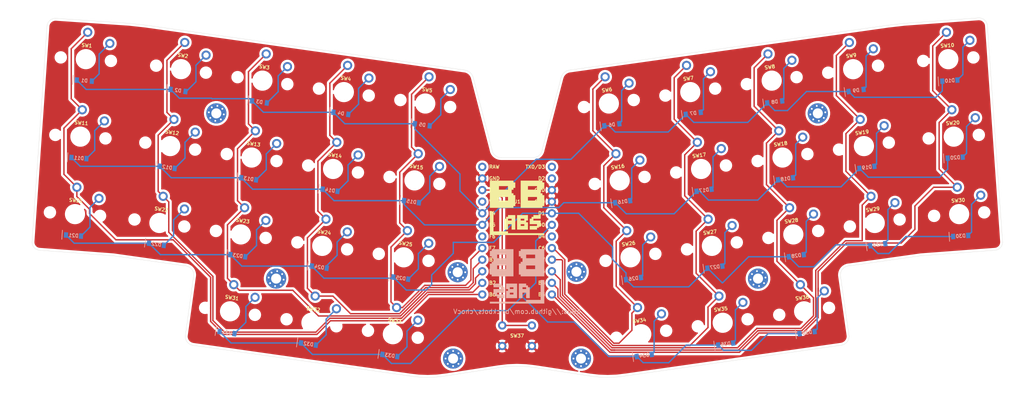
<source format=kicad_pcb>
(kicad_pcb (version 20171130) (host pcbnew "(5.1.12-1-10_14)")
  (layers (0 F.Cu signal) (31 B.Cu signal) (34 B.Paste user hide) (35 F.Paste user hide) (36 B.SilkS user) (37 F.SilkS user) (38 B.Mask user) (39 F.Mask user) (44 Edge.Cuts user))
  (net 0 "")
  (net 1 "Net-(D1-Pad2)")
  (net 2 row1)
  (net 3 "Net-(D2-Pad2)")
  (net 4 "Net-(D3-Pad2)")
  (net 5 "Net-(D4-Pad2)")
  (net 6 "Net-(D5-Pad2)")
  (net 7 "Net-(D6-Pad2)")
  (net 8 "Net-(D7-Pad2)")
  (net 9 "Net-(D8-Pad2)")
  (net 10 "Net-(D9-Pad2)")
  (net 11 "Net-(D10-Pad2)")
  (net 12 "Net-(D11-Pad2)")
  (net 13 row2)
  (net 14 "Net-(D12-Pad2)")
  (net 15 "Net-(D13-Pad2)")
  (net 16 "Net-(D14-Pad2)")
  (net 17 "Net-(D15-Pad2)")
  (net 18 "Net-(D16-Pad2)")
  (net 19 "Net-(D17-Pad2)")
  (net 20 "Net-(D18-Pad2)")
  (net 21 "Net-(D19-Pad2)")
  (net 22 "Net-(D20-Pad2)")
  (net 23 "Net-(D21-Pad2)")
  (net 24 row3)
  (net 25 "Net-(D22-Pad2)")
  (net 26 "Net-(D23-Pad2)")
  (net 27 "Net-(D24-Pad2)")
  (net 28 "Net-(D25-Pad2)")
  (net 29 "Net-(D26-Pad2)")
  (net 30 "Net-(D27-Pad2)")
  (net 31 "Net-(D28-Pad2)")
  (net 32 "Net-(D29-Pad2)")
  (net 33 "Net-(D30-Pad2)")
  (net 34 "Net-(D31-Pad2)")
  (net 35 row4)
  (net 36 "Net-(D32-Pad2)")
  (net 37 "Net-(D33-Pad2)")
  (net 38 "Net-(D34-Pad2)")
  (net 39 "Net-(D35-Pad2)")
  (net 40 "Net-(D36-Pad2)")
  (net 41 "Net-(H1-Pad1)")
  (net 42 "Net-(H2-Pad1)")
  (net 43 "Net-(H3-Pad1)")
  (net 44 "Net-(H4-Pad1)")
  (net 45 "Net-(H5-Pad1)")
  (net 46 "Net-(H6-Pad1)")
  (net 47 "Net-(H7-Pad1)")
  (net 48 "Net-(H8-Pad1)")
  (net 49 col1)
  (net 50 col2)
  (net 51 col3)
  (net 52 col4)
  (net 53 col5)
  (net 54 col6)
  (net 55 col7)
  (net 56 col8)
  (net 57 col9)
  (net 58 col10)
  (net 59 GND)
  (net 60 reset)
  (net 61 "Net-(U1-Pad1)")
  (net 62 "Net-(U1-Pad2)")
  (net 63 VCC)
  (net 64 "Net-(U1-Pad24)")
  (net 65 "Net-(U1-Pad7)")
  (net 66 "Net-(U1-Pad18)")
  (module rsu_graphics:bblabs_logo_sml (layer B.Cu) (at 110 75 180)
    (fp_text reference LOGO2 hide)
    (fp_text value LOGO hide)
  )
  (module rsu_graphics:bblabs_logo_sml (layer F.Cu) (at 110 60)
    (fp_text reference LOGO1 hide)
    (fp_text value LOGO hide)
  )
  (module Horizon:SW_Choc (layer F.Cu) (at 137.193212 87.668392 8)
    (fp_text reference SW34 (at 0 -3 8) (layer F.SilkS) (effects (font (size 0.75 0.75))))
    (fp_text value SW_Push)
    (pad "" np_thru_hole circle (at 5.5 0 8) (size 1.7 1.7) (drill 1.7) (layers *.Cu *.Mask))
    (pad "" np_thru_hole circle (at -5.5 0 8) (size 1.7 1.7) (drill 1.7) (layers *.Cu *.Mask))
    (pad 1 thru_hole circle (at 0 -5.9 8) (size 2 2) (drill 1.2) (layers *.Cu *.Mask) (net 54 col6))
    (pad 2 thru_hole circle (at 5 -3.8 8) (size 2 2) (drill 1.2) (layers *.Cu *.Mask) (net 38 "Net-(D34-Pad2)"))
    (pad "" np_thru_hole circle (at 0 0 8) (size 3.4 3.4) (drill 3.4) (layers *.Cu *.Mask))
  )
  (module Horizon:SW_Choc (layer F.Cu) (at 172.842863 82.658161 8)
    (fp_text reference SW36 (at 0 -3 8) (layer F.SilkS) (effects (font (size 0.75 0.75))))
    (fp_text value SW_Push)
    (pad "" np_thru_hole circle (at 5.5 0 8) (size 1.7 1.7) (drill 1.7) (layers *.Cu *.Mask))
    (pad "" np_thru_hole circle (at -5.5 0 8) (size 1.7 1.7) (drill 1.7) (layers *.Cu *.Mask))
    (pad 1 thru_hole circle (at 0 -5.9 8) (size 2 2) (drill 1.2) (layers *.Cu *.Mask) (net 56 col8))
    (pad 2 thru_hole circle (at 5 -3.8 8) (size 2 2) (drill 1.2) (layers *.Cu *.Mask) (net 40 "Net-(D36-Pad2)"))
    (pad "" np_thru_hole circle (at 0 0 8) (size 3.4 3.4) (drill 3.4) (layers *.Cu *.Mask))
  )
  (module Horizon:SW_Choc (layer F.Cu) (at 155.018037 85.163276 8)
    (fp_text reference SW35 (at 0 -3 8) (layer F.SilkS) (effects (font (size 0.75 0.75))))
    (fp_text value SW_Push)
    (pad "" np_thru_hole circle (at 5.5 0 8) (size 1.7 1.7) (drill 1.7) (layers *.Cu *.Mask))
    (pad "" np_thru_hole circle (at -5.5 0 8) (size 1.7 1.7) (drill 1.7) (layers *.Cu *.Mask))
    (pad 1 thru_hole circle (at 0 -5.9 8) (size 2 2) (drill 1.2) (layers *.Cu *.Mask) (net 55 col7))
    (pad 2 thru_hole circle (at 5 -3.8 8) (size 2 2) (drill 1.2) (layers *.Cu *.Mask) (net 39 "Net-(D35-Pad2)"))
    (pad "" np_thru_hole circle (at 0 0 8) (size 3.4 3.4) (drill 3.4) (layers *.Cu *.Mask))
  )
  (module Horizon:SW_Choc (layer F.Cu) (at 134.827269 70.833835 8)
    (fp_text reference SW26 (at 0 -3 8) (layer F.SilkS) (effects (font (size 0.75 0.75))))
    (fp_text value SW_Push)
    (pad "" np_thru_hole circle (at 5.5 0 8) (size 1.7 1.7) (drill 1.7) (layers *.Cu *.Mask))
    (pad "" np_thru_hole circle (at -5.5 0 8) (size 1.7 1.7) (drill 1.7) (layers *.Cu *.Mask))
    (pad 1 thru_hole circle (at 0 -5.9 8) (size 2 2) (drill 1.2) (layers *.Cu *.Mask) (net 54 col6))
    (pad 2 thru_hole circle (at 5 -3.8 8) (size 2 2) (drill 1.2) (layers *.Cu *.Mask) (net 29 "Net-(D26-Pad2)"))
    (pad "" np_thru_hole circle (at 0 0 8) (size 3.4 3.4) (drill 3.4) (layers *.Cu *.Mask))
  )
  (module Horizon:SW_Choc (layer F.Cu) (at 170.47692 65.823603 8)
    (fp_text reference SW28 (at 0 -3 8) (layer F.SilkS) (effects (font (size 0.75 0.75))))
    (fp_text value SW_Push)
    (pad "" np_thru_hole circle (at 5.5 0 8) (size 1.7 1.7) (drill 1.7) (layers *.Cu *.Mask))
    (pad "" np_thru_hole circle (at -5.5 0 8) (size 1.7 1.7) (drill 1.7) (layers *.Cu *.Mask))
    (pad 1 thru_hole circle (at 0 -5.9 8) (size 2 2) (drill 1.2) (layers *.Cu *.Mask) (net 56 col8))
    (pad 2 thru_hole circle (at 5 -3.8 8) (size 2 2) (drill 1.2) (layers *.Cu *.Mask) (net 31 "Net-(D28-Pad2)"))
    (pad "" np_thru_hole circle (at 0 0 8) (size 3.4 3.4) (drill 3.4) (layers *.Cu *.Mask))
  )
  (module Horizon:Pro-Micro (layer F.Cu) (at 110 47)
    (fp_text reference U1 (at 0 11.65) (layer F.SilkS) (effects (font (size 0.75 0.75))))
    (fp_text value Pro-Micro hide)
    (fp_text user B2 (at -6.2 29.43) (layer F.SilkS) (effects (font (size 0.75 0.75)) (justify left)))
    (fp_text user F7 (at -6.2 21.81) (layer F.SilkS) (effects (font (size 0.75 0.75)) (justify left)))
    (fp_text user F6 (at -6.2 19.27) (layer F.SilkS) (effects (font (size 0.75 0.75)) (justify left)))
    (fp_text user F5 (at -6.2 16.73) (layer F.SilkS) (effects (font (size 0.75 0.75)) (justify left)))
    (fp_text user RAW (at -6.2 4.03) (layer F.SilkS) (effects (font (size 0.75 0.75)) (justify left)))
    (fp_text user GND (at -6.2 6.57) (layer F.SilkS) (effects (font (size 0.75 0.75)) (justify left)))
    (fp_text user VCC (at -6.2 11.65) (layer F.SilkS) (effects (font (size 0.75 0.75)) (justify left)))
    (fp_text user F4 (at -6.2 14.19) (layer F.SilkS) (effects (font (size 0.75 0.75)) (justify left)))
    (fp_text user B1 (at -6.2 24.35) (layer F.SilkS) (effects (font (size 0.75 0.75)) (justify left)))
    (fp_text user B3 (at -6.2 26.89) (layer F.SilkS) (effects (font (size 0.75 0.75)) (justify left)))
    (fp_text user B6 (at -6.2 31.97) (layer F.SilkS) (effects (font (size 0.75 0.75)) (justify left)))
    (fp_text user B5 (at 6.2 31.97) (layer F.SilkS) (effects (font (size 0.75 0.75)) (justify right)))
    (fp_text user B4 (at 6.2 29.43) (layer F.SilkS) (effects (font (size 0.75 0.75)) (justify right)))
    (fp_text user E6 (at 6.2 26.89) (layer F.SilkS) (effects (font (size 0.75 0.75)) (justify right)))
    (fp_text user D7 (at 6.2 24.35) (layer F.SilkS) (effects (font (size 0.75 0.75)) (justify right)))
    (fp_text user C6 (at 6.2 21.81) (layer F.SilkS) (effects (font (size 0.75 0.75)) (justify right)))
    (fp_text user D4 (at 6.2 19.27) (layer F.SilkS) (effects (font (size 0.75 0.75)) (justify right)))
    (fp_text user GND (at 6.2 9.11) (layer F.SilkS) (effects (font (size 0.75 0.75)) (justify right)))
    (fp_text user GND (at 6.2 11.65) (layer F.SilkS) (effects (font (size 0.75 0.75)) (justify right)))
    (fp_text user D1 (at 6.2 14.19) (layer F.SilkS) (effects (font (size 0.75 0.75)) (justify right)))
    (fp_text user D0 (at 6.2 16.73) (layer F.SilkS) (effects (font (size 0.75 0.75)) (justify right)))
    (fp_text user D2 (at 6.2 6.57) (layer F.SilkS) (effects (font (size 0.75 0.75)) (justify right)))
    (fp_text user TX0/D3 (at 6.2 4.03) (layer F.SilkS) (effects (font (size 0.75 0.75)) (justify right)))
    (fp_text user RST (at -6.2 9.11) (layer F.SilkS) (effects (font (size 0.75 0.75)) (justify left)))
    (pad 1 thru_hole circle (at 7.62 4.03) (size 1.8 1.8) (drill 1) (layers *.Cu *.Mask) (net 61 "Net-(U1-Pad1)"))
    (pad 2 thru_hole circle (at 7.62 6.57) (size 1.8 1.8) (drill 1) (layers *.Cu *.Mask) (net 62 "Net-(U1-Pad2)"))
    (pad 3 thru_hole circle (at 7.62 9.11) (size 1.8 1.8) (drill 1) (layers *.Cu *.Mask) (net 59 GND))
    (pad 4 thru_hole circle (at 7.62 11.65) (size 1.8 1.8) (drill 1) (layers *.Cu *.Mask) (net 59 GND))
    (pad 5 thru_hole circle (at 7.62 14.19) (size 1.8 1.8) (drill 1) (layers *.Cu *.Mask) (net 24 row3))
    (pad 6 thru_hole circle (at 7.62 16.73) (size 1.8 1.8) (drill 1) (layers *.Cu *.Mask) (net 35 row4))
    (pad 7 thru_hole circle (at 7.62 19.27) (size 1.8 1.8) (drill 1) (layers *.Cu *.Mask) (net 65 "Net-(U1-Pad7)"))
    (pad 8 thru_hole circle (at 7.62 21.81) (size 1.8 1.8) (drill 1) (layers *.Cu *.Mask) (net 54 col6))
    (pad 9 thru_hole circle (at 7.62 24.35) (size 1.8 1.8) (drill 1) (layers *.Cu *.Mask) (net 55 col7))
    (pad 10 thru_hole circle (at 7.62 26.89) (size 1.8 1.8) (drill 1) (layers *.Cu *.Mask) (net 56 col8))
    (pad 11 thru_hole circle (at 7.62 29.43) (size 1.8 1.8) (drill 1) (layers *.Cu *.Mask) (net 57 col9))
    (pad 13 thru_hole circle (at -7.62 31.97) (size 1.8 1.8) (drill 1) (layers *.Cu *.Mask) (net 49 col1))
    (pad 14 thru_hole circle (at -7.62 29.43) (size 1.8 1.8) (drill 1) (layers *.Cu *.Mask) (net 50 col2))
    (pad 15 thru_hole circle (at -7.62 26.89) (size 1.8 1.8) (drill 1) (layers *.Cu *.Mask) (net 51 col3))
    (pad 16 thru_hole circle (at -7.62 24.35) (size 1.8 1.8) (drill 1) (layers *.Cu *.Mask) (net 52 col4))
    (pad 17 thru_hole circle (at -7.62 21.81) (size 1.8 1.8) (drill 1) (layers *.Cu *.Mask) (net 53 col5))
    (pad 18 thru_hole circle (at -7.62 19.27 270) (size 1.8 1.8) (drill 1) (layers *.Cu *.Mask) (net 66 "Net-(U1-Pad18)"))
    (pad 19 thru_hole circle (at -7.62 16.73) (size 1.8 1.8) (drill 1) (layers *.Cu *.Mask) (net 13 row2))
    (pad 20 thru_hole circle (at -7.62 14.19) (size 1.8 1.8) (drill 1) (layers *.Cu *.Mask) (net 2 row1))
    (pad 21 thru_hole circle (at -7.62 11.65) (size 1.8 1.8) (drill 1) (layers *.Cu *.Mask) (net 63 VCC))
    (pad 22 thru_hole circle (at -7.62 9.11) (size 1.8 1.8) (drill 1) (layers *.Cu *.Mask) (net 60 reset))
    (pad 23 thru_hole circle (at -7.62 6.57) (size 1.8 1.8) (drill 1) (layers *.Cu *.Mask) (net 59 GND))
    (pad 12 thru_hole circle (at 7.62 31.97) (size 1.8 1.8) (drill 1) (layers *.Cu *.Mask) (net 58 col10))
    (pad 24 thru_hole circle (at -7.62 4.03) (size 1.8 1.8) (drill 1) (layers *.Cu *.Mask) (net 64 "Net-(U1-Pad24)"))
  )
  (module Horizon:SW_Push_6mm (layer F.Cu) (at 110 88 180)
    (fp_text reference SW37 (at 0 0) (layer F.SilkS) (effects (font (size 0.75 0.75))))
    (fp_text value "Reset Switch")
    (pad 1 thru_hole circle (at 3.25 -2.25 180) (size 1.8 1.8) (drill 1) (layers *.Cu *.Mask) (net 59 GND))
    (pad 2 thru_hole circle (at 3.25 2.25 180) (size 1.8 1.8) (drill 1) (layers *.Cu *.Mask) (net 60 reset))
    (pad 1 thru_hole circle (at -3.25 -2.25 180) (size 1.8 1.8) (drill 1) (layers *.Cu *.Mask) (net 59 GND))
    (pad 2 thru_hole circle (at -3.25 2.25 180) (size 1.8 1.8) (drill 1) (layers *.Cu *.Mask) (net 60 reset))
  )
  (module Horizon:SW_Choc (layer F.Cu) (at 82.806788 87.668392 352)
    (fp_text reference SW33 (at 0 -3 172) (layer F.SilkS) (effects (font (size 0.75 0.75))))
    (fp_text value SW_Push)
    (pad "" np_thru_hole circle (at 5.5 0 352) (size 1.7 1.7) (drill 1.7) (layers *.Cu *.Mask))
    (pad "" np_thru_hole circle (at -5.5 0 352) (size 1.7 1.7) (drill 1.7) (layers *.Cu *.Mask))
    (pad 1 thru_hole circle (at 0 -5.9 352) (size 2 2) (drill 1.2) (layers *.Cu *.Mask) (net 53 col5))
    (pad 2 thru_hole circle (at 5 -3.8 352) (size 2 2) (drill 1.2) (layers *.Cu *.Mask) (net 37 "Net-(D33-Pad2)"))
    (pad "" np_thru_hole circle (at 0 0 352) (size 3.4 3.4) (drill 3.4) (layers *.Cu *.Mask))
  )
  (module Horizon:SW_Choc (layer F.Cu) (at 64.981963 85.163276 352)
    (fp_text reference SW32 (at 0 -3 172) (layer F.SilkS) (effects (font (size 0.75 0.75))))
    (fp_text value SW_Push)
    (pad "" np_thru_hole circle (at 5.5 0 352) (size 1.7 1.7) (drill 1.7) (layers *.Cu *.Mask))
    (pad "" np_thru_hole circle (at -5.5 0 352) (size 1.7 1.7) (drill 1.7) (layers *.Cu *.Mask))
    (pad 1 thru_hole circle (at 0 -5.9 352) (size 2 2) (drill 1.2) (layers *.Cu *.Mask) (net 52 col4))
    (pad 2 thru_hole circle (at 5 -3.8 352) (size 2 2) (drill 1.2) (layers *.Cu *.Mask) (net 36 "Net-(D32-Pad2)"))
    (pad "" np_thru_hole circle (at 0 0 352) (size 3.4 3.4) (drill 3.4) (layers *.Cu *.Mask))
  )
  (module Horizon:SW_Choc (layer F.Cu) (at 47.157137 82.658161 352)
    (fp_text reference SW31 (at 0 -3 172) (layer F.SilkS) (effects (font (size 0.75 0.75))))
    (fp_text value SW_Push)
    (pad "" np_thru_hole circle (at 5.5 0 352) (size 1.7 1.7) (drill 1.7) (layers *.Cu *.Mask))
    (pad "" np_thru_hole circle (at -5.5 0 352) (size 1.7 1.7) (drill 1.7) (layers *.Cu *.Mask))
    (pad 1 thru_hole circle (at 0 -5.9 352) (size 2 2) (drill 1.2) (layers *.Cu *.Mask) (net 51 col3))
    (pad 2 thru_hole circle (at 5 -3.8 352) (size 2 2) (drill 1.2) (layers *.Cu *.Mask) (net 34 "Net-(D31-Pad2)"))
    (pad "" np_thru_hole circle (at 0 0 352) (size 3.4 3.4) (drill 3.4) (layers *.Cu *.Mask))
  )
  (module Horizon:SW_Choc (layer F.Cu) (at 206.782275 61.376106 4)
    (fp_text reference SW30 (at 0 -3 4) (layer F.SilkS) (effects (font (size 0.75 0.75))))
    (fp_text value SW_Push)
    (pad "" np_thru_hole circle (at 5.5 0 4) (size 1.7 1.7) (drill 1.7) (layers *.Cu *.Mask))
    (pad "" np_thru_hole circle (at -5.5 0 4) (size 1.7 1.7) (drill 1.7) (layers *.Cu *.Mask))
    (pad 1 thru_hole circle (at 0 -5.9 4) (size 2 2) (drill 1.2) (layers *.Cu *.Mask) (net 58 col10))
    (pad 2 thru_hole circle (at 5 -3.8 4) (size 2 2) (drill 1.2) (layers *.Cu *.Mask) (net 33 "Net-(D30-Pad2)"))
    (pad "" np_thru_hole circle (at 0 0 4) (size 3.4 3.4) (drill 3.4) (layers *.Cu *.Mask))
  )
  (module Horizon:SW_Choc (layer F.Cu) (at 188.301745 63.318488 8)
    (fp_text reference SW29 (at 0 -3 8) (layer F.SilkS) (effects (font (size 0.75 0.75))))
    (fp_text value SW_Push)
    (pad "" np_thru_hole circle (at 5.5 0 8) (size 1.7 1.7) (drill 1.7) (layers *.Cu *.Mask))
    (pad "" np_thru_hole circle (at -5.5 0 8) (size 1.7 1.7) (drill 1.7) (layers *.Cu *.Mask))
    (pad 1 thru_hole circle (at 0 -5.9 8) (size 2 2) (drill 1.2) (layers *.Cu *.Mask) (net 57 col9))
    (pad 2 thru_hole circle (at 5 -3.8 8) (size 2 2) (drill 1.2) (layers *.Cu *.Mask) (net 32 "Net-(D29-Pad2)"))
    (pad "" np_thru_hole circle (at 0 0 8) (size 3.4 3.4) (drill 3.4) (layers *.Cu *.Mask))
  )
  (module Horizon:SW_Choc (layer F.Cu) (at 152.652095 68.328719 8)
    (fp_text reference SW27 (at 0 -3 8) (layer F.SilkS) (effects (font (size 0.75 0.75))))
    (fp_text value SW_Push)
    (pad "" np_thru_hole circle (at 5.5 0 8) (size 1.7 1.7) (drill 1.7) (layers *.Cu *.Mask))
    (pad "" np_thru_hole circle (at -5.5 0 8) (size 1.7 1.7) (drill 1.7) (layers *.Cu *.Mask))
    (pad 1 thru_hole circle (at 0 -5.9 8) (size 2 2) (drill 1.2) (layers *.Cu *.Mask) (net 55 col7))
    (pad 2 thru_hole circle (at 5 -3.8 8) (size 2 2) (drill 1.2) (layers *.Cu *.Mask) (net 30 "Net-(D27-Pad2)"))
    (pad "" np_thru_hole circle (at 0 0 8) (size 3.4 3.4) (drill 3.4) (layers *.Cu *.Mask))
  )
  (module Horizon:SW_Choc (layer F.Cu) (at 85.172731 70.833835 352)
    (fp_text reference SW25 (at 0 -3 172) (layer F.SilkS) (effects (font (size 0.75 0.75))))
    (fp_text value SW_Push)
    (pad "" np_thru_hole circle (at 5.5 0 352) (size 1.7 1.7) (drill 1.7) (layers *.Cu *.Mask))
    (pad "" np_thru_hole circle (at -5.5 0 352) (size 1.7 1.7) (drill 1.7) (layers *.Cu *.Mask))
    (pad 1 thru_hole circle (at 0 -5.9 352) (size 2 2) (drill 1.2) (layers *.Cu *.Mask) (net 53 col5))
    (pad 2 thru_hole circle (at 5 -3.8 352) (size 2 2) (drill 1.2) (layers *.Cu *.Mask) (net 28 "Net-(D25-Pad2)"))
    (pad "" np_thru_hole circle (at 0 0 352) (size 3.4 3.4) (drill 3.4) (layers *.Cu *.Mask))
  )
  (module Horizon:SW_Choc (layer F.Cu) (at 67.347905 68.328719 352)
    (fp_text reference SW24 (at 0 -3 172) (layer F.SilkS) (effects (font (size 0.75 0.75))))
    (fp_text value SW_Push)
    (pad "" np_thru_hole circle (at 5.5 0 352) (size 1.7 1.7) (drill 1.7) (layers *.Cu *.Mask))
    (pad "" np_thru_hole circle (at -5.5 0 352) (size 1.7 1.7) (drill 1.7) (layers *.Cu *.Mask))
    (pad 1 thru_hole circle (at 0 -5.9 352) (size 2 2) (drill 1.2) (layers *.Cu *.Mask) (net 52 col4))
    (pad 2 thru_hole circle (at 5 -3.8 352) (size 2 2) (drill 1.2) (layers *.Cu *.Mask) (net 27 "Net-(D24-Pad2)"))
    (pad "" np_thru_hole circle (at 0 0 352) (size 3.4 3.4) (drill 3.4) (layers *.Cu *.Mask))
  )
  (module Horizon:SW_Choc (layer F.Cu) (at 49.52308 65.823603 352)
    (fp_text reference SW23 (at 0 -3 172) (layer F.SilkS) (effects (font (size 0.75 0.75))))
    (fp_text value SW_Push)
    (pad "" np_thru_hole circle (at 5.5 0 352) (size 1.7 1.7) (drill 1.7) (layers *.Cu *.Mask))
    (pad "" np_thru_hole circle (at -5.5 0 352) (size 1.7 1.7) (drill 1.7) (layers *.Cu *.Mask))
    (pad 1 thru_hole circle (at 0 -5.9 352) (size 2 2) (drill 1.2) (layers *.Cu *.Mask) (net 51 col3))
    (pad 2 thru_hole circle (at 5 -3.8 352) (size 2 2) (drill 1.2) (layers *.Cu *.Mask) (net 26 "Net-(D23-Pad2)"))
    (pad "" np_thru_hole circle (at 0 0 352) (size 3.4 3.4) (drill 3.4) (layers *.Cu *.Mask))
  )
  (module Horizon:SW_Choc (layer F.Cu) (at 31.698255 63.318488 352)
    (fp_text reference SW22 (at 0 -3 172) (layer F.SilkS) (effects (font (size 0.75 0.75))))
    (fp_text value SW_Push)
    (pad "" np_thru_hole circle (at 5.5 0 352) (size 1.7 1.7) (drill 1.7) (layers *.Cu *.Mask))
    (pad "" np_thru_hole circle (at -5.5 0 352) (size 1.7 1.7) (drill 1.7) (layers *.Cu *.Mask))
    (pad 1 thru_hole circle (at 0 -5.9 352) (size 2 2) (drill 1.2) (layers *.Cu *.Mask) (net 50 col2))
    (pad 2 thru_hole circle (at 5 -3.8 352) (size 2 2) (drill 1.2) (layers *.Cu *.Mask) (net 25 "Net-(D22-Pad2)"))
    (pad "" np_thru_hole circle (at 0 0 352) (size 3.4 3.4) (drill 3.4) (layers *.Cu *.Mask))
  )
  (module Horizon:SW_Choc (layer F.Cu) (at 13.217725 61.376106 356)
    (fp_text reference SW21 (at 0 -3 176) (layer F.SilkS) (effects (font (size 0.75 0.75))))
    (fp_text value SW_Push)
    (pad "" np_thru_hole circle (at 5.5 0 356) (size 1.7 1.7) (drill 1.7) (layers *.Cu *.Mask))
    (pad "" np_thru_hole circle (at -5.5 0 356) (size 1.7 1.7) (drill 1.7) (layers *.Cu *.Mask))
    (pad 1 thru_hole circle (at 0 -5.9 356) (size 2 2) (drill 1.2) (layers *.Cu *.Mask) (net 49 col1))
    (pad 2 thru_hole circle (at 5 -3.8 356) (size 2 2) (drill 1.2) (layers *.Cu *.Mask) (net 23 "Net-(D21-Pad2)"))
    (pad "" np_thru_hole circle (at 0 0 356) (size 3.4 3.4) (drill 3.4) (layers *.Cu *.Mask))
  )
  (module Horizon:SW_Choc (layer F.Cu) (at 205.596416 44.417517 4)
    (fp_text reference SW20 (at 0 -3 4) (layer F.SilkS) (effects (font (size 0.75 0.75))))
    (fp_text value SW_Push)
    (pad "" np_thru_hole circle (at 5.5 0 4) (size 1.7 1.7) (drill 1.7) (layers *.Cu *.Mask))
    (pad "" np_thru_hole circle (at -5.5 0 4) (size 1.7 1.7) (drill 1.7) (layers *.Cu *.Mask))
    (pad 1 thru_hole circle (at 0 -5.9 4) (size 2 2) (drill 1.2) (layers *.Cu *.Mask) (net 58 col10))
    (pad 2 thru_hole circle (at 5 -3.8 4) (size 2 2) (drill 1.2) (layers *.Cu *.Mask) (net 22 "Net-(D20-Pad2)"))
    (pad "" np_thru_hole circle (at 0 0 4) (size 3.4 3.4) (drill 3.4) (layers *.Cu *.Mask))
  )
  (module Horizon:SW_Choc (layer F.Cu) (at 185.935802 46.48393 8)
    (fp_text reference SW19 (at 0 -3 8) (layer F.SilkS) (effects (font (size 0.75 0.75))))
    (fp_text value SW_Push)
    (pad "" np_thru_hole circle (at 5.5 0 8) (size 1.7 1.7) (drill 1.7) (layers *.Cu *.Mask))
    (pad "" np_thru_hole circle (at -5.5 0 8) (size 1.7 1.7) (drill 1.7) (layers *.Cu *.Mask))
    (pad 1 thru_hole circle (at 0 -5.9 8) (size 2 2) (drill 1.2) (layers *.Cu *.Mask) (net 57 col9))
    (pad 2 thru_hole circle (at 5 -3.8 8) (size 2 2) (drill 1.2) (layers *.Cu *.Mask) (net 21 "Net-(D19-Pad2)"))
    (pad "" np_thru_hole circle (at 0 0 8) (size 3.4 3.4) (drill 3.4) (layers *.Cu *.Mask))
  )
  (module Horizon:SW_Choc (layer F.Cu) (at 168.110977 48.989046 8)
    (fp_text reference SW18 (at 0 -3 8) (layer F.SilkS) (effects (font (size 0.75 0.75))))
    (fp_text value SW_Push)
    (pad "" np_thru_hole circle (at 5.5 0 8) (size 1.7 1.7) (drill 1.7) (layers *.Cu *.Mask))
    (pad "" np_thru_hole circle (at -5.5 0 8) (size 1.7 1.7) (drill 1.7) (layers *.Cu *.Mask))
    (pad 1 thru_hole circle (at 0 -5.9 8) (size 2 2) (drill 1.2) (layers *.Cu *.Mask) (net 56 col8))
    (pad 2 thru_hole circle (at 5 -3.8 8) (size 2 2) (drill 1.2) (layers *.Cu *.Mask) (net 20 "Net-(D18-Pad2)"))
    (pad "" np_thru_hole circle (at 0 0 8) (size 3.4 3.4) (drill 3.4) (layers *.Cu *.Mask))
  )
  (module Horizon:SW_Choc (layer F.Cu) (at 150.286152 51.494162 8)
    (fp_text reference SW17 (at 0 -3 8) (layer F.SilkS) (effects (font (size 0.75 0.75))))
    (fp_text value SW_Push)
    (pad "" np_thru_hole circle (at 5.5 0 8) (size 1.7 1.7) (drill 1.7) (layers *.Cu *.Mask))
    (pad "" np_thru_hole circle (at -5.5 0 8) (size 1.7 1.7) (drill 1.7) (layers *.Cu *.Mask))
    (pad 1 thru_hole circle (at 0 -5.9 8) (size 2 2) (drill 1.2) (layers *.Cu *.Mask) (net 55 col7))
    (pad 2 thru_hole circle (at 5 -3.8 8) (size 2 2) (drill 1.2) (layers *.Cu *.Mask) (net 19 "Net-(D17-Pad2)"))
    (pad "" np_thru_hole circle (at 0 0 8) (size 3.4 3.4) (drill 3.4) (layers *.Cu *.Mask))
  )
  (module Horizon:SW_Choc (layer F.Cu) (at 132.461327 53.999278 8)
    (fp_text reference SW16 (at 0 -3 8) (layer F.SilkS) (effects (font (size 0.75 0.75))))
    (fp_text value SW_Push)
    (pad "" np_thru_hole circle (at 5.5 0 8) (size 1.7 1.7) (drill 1.7) (layers *.Cu *.Mask))
    (pad "" np_thru_hole circle (at -5.5 0 8) (size 1.7 1.7) (drill 1.7) (layers *.Cu *.Mask))
    (pad 1 thru_hole circle (at 0 -5.9 8) (size 2 2) (drill 1.2) (layers *.Cu *.Mask) (net 54 col6))
    (pad 2 thru_hole circle (at 5 -3.8 8) (size 2 2) (drill 1.2) (layers *.Cu *.Mask) (net 18 "Net-(D16-Pad2)"))
    (pad "" np_thru_hole circle (at 0 0 8) (size 3.4 3.4) (drill 3.4) (layers *.Cu *.Mask))
  )
  (module Horizon:SW_Choc (layer F.Cu) (at 87.538673 53.999278 352)
    (fp_text reference SW15 (at 0 -3 172) (layer F.SilkS) (effects (font (size 0.75 0.75))))
    (fp_text value SW_Push)
    (pad "" np_thru_hole circle (at 5.5 0 352) (size 1.7 1.7) (drill 1.7) (layers *.Cu *.Mask))
    (pad "" np_thru_hole circle (at -5.5 0 352) (size 1.7 1.7) (drill 1.7) (layers *.Cu *.Mask))
    (pad 1 thru_hole circle (at 0 -5.9 352) (size 2 2) (drill 1.2) (layers *.Cu *.Mask) (net 53 col5))
    (pad 2 thru_hole circle (at 5 -3.8 352) (size 2 2) (drill 1.2) (layers *.Cu *.Mask) (net 17 "Net-(D15-Pad2)"))
    (pad "" np_thru_hole circle (at 0 0 352) (size 3.4 3.4) (drill 3.4) (layers *.Cu *.Mask))
  )
  (module Horizon:SW_Choc (layer F.Cu) (at 69.713848 51.494162 352)
    (fp_text reference SW14 (at 0 -3 172) (layer F.SilkS) (effects (font (size 0.75 0.75))))
    (fp_text value SW_Push)
    (pad "" np_thru_hole circle (at 5.5 0 352) (size 1.7 1.7) (drill 1.7) (layers *.Cu *.Mask))
    (pad "" np_thru_hole circle (at -5.5 0 352) (size 1.7 1.7) (drill 1.7) (layers *.Cu *.Mask))
    (pad 1 thru_hole circle (at 0 -5.9 352) (size 2 2) (drill 1.2) (layers *.Cu *.Mask) (net 52 col4))
    (pad 2 thru_hole circle (at 5 -3.8 352) (size 2 2) (drill 1.2) (layers *.Cu *.Mask) (net 16 "Net-(D14-Pad2)"))
    (pad "" np_thru_hole circle (at 0 0 352) (size 3.4 3.4) (drill 3.4) (layers *.Cu *.Mask))
  )
  (module Horizon:SW_Choc (layer F.Cu) (at 51.889023 48.989046 352)
    (fp_text reference SW13 (at 0 -3 172) (layer F.SilkS) (effects (font (size 0.75 0.75))))
    (fp_text value SW_Push)
    (pad "" np_thru_hole circle (at 5.5 0 352) (size 1.7 1.7) (drill 1.7) (layers *.Cu *.Mask))
    (pad "" np_thru_hole circle (at -5.5 0 352) (size 1.7 1.7) (drill 1.7) (layers *.Cu *.Mask))
    (pad 1 thru_hole circle (at 0 -5.9 352) (size 2 2) (drill 1.2) (layers *.Cu *.Mask) (net 51 col3))
    (pad 2 thru_hole circle (at 5 -3.8 352) (size 2 2) (drill 1.2) (layers *.Cu *.Mask) (net 15 "Net-(D13-Pad2)"))
    (pad "" np_thru_hole circle (at 0 0 352) (size 3.4 3.4) (drill 3.4) (layers *.Cu *.Mask))
  )
  (module Horizon:SW_Choc (layer F.Cu) (at 34.064198 46.48393 352)
    (fp_text reference SW12 (at 0 -3 172) (layer F.SilkS) (effects (font (size 0.75 0.75))))
    (fp_text value SW_Push)
    (pad "" np_thru_hole circle (at 5.5 0 352) (size 1.7 1.7) (drill 1.7) (layers *.Cu *.Mask))
    (pad "" np_thru_hole circle (at -5.5 0 352) (size 1.7 1.7) (drill 1.7) (layers *.Cu *.Mask))
    (pad 1 thru_hole circle (at 0 -5.9 352) (size 2 2) (drill 1.2) (layers *.Cu *.Mask) (net 50 col2))
    (pad 2 thru_hole circle (at 5 -3.8 352) (size 2 2) (drill 1.2) (layers *.Cu *.Mask) (net 14 "Net-(D12-Pad2)"))
    (pad "" np_thru_hole circle (at 0 0 352) (size 3.4 3.4) (drill 3.4) (layers *.Cu *.Mask))
  )
  (module Horizon:SW_Choc (layer F.Cu) (at 14.403584 44.417517 356)
    (fp_text reference SW11 (at 0 -3 176) (layer F.SilkS) (effects (font (size 0.75 0.75))))
    (fp_text value SW_Push)
    (pad "" np_thru_hole circle (at 5.5 0 356) (size 1.7 1.7) (drill 1.7) (layers *.Cu *.Mask))
    (pad "" np_thru_hole circle (at -5.5 0 356) (size 1.7 1.7) (drill 1.7) (layers *.Cu *.Mask))
    (pad 1 thru_hole circle (at 0 -5.9 356) (size 2 2) (drill 1.2) (layers *.Cu *.Mask) (net 49 col1))
    (pad 2 thru_hole circle (at 5 -3.8 356) (size 2 2) (drill 1.2) (layers *.Cu *.Mask) (net 12 "Net-(D11-Pad2)"))
    (pad "" np_thru_hole circle (at 0 0 356) (size 3.4 3.4) (drill 3.4) (layers *.Cu *.Mask))
  )
  (module Horizon:SW_Choc (layer F.Cu) (at 204.410556 27.458928 4)
    (fp_text reference SW10 (at 0 -3 4) (layer F.SilkS) (effects (font (size 0.75 0.75))))
    (fp_text value SW_Push)
    (pad "" np_thru_hole circle (at 5.5 0 4) (size 1.7 1.7) (drill 1.7) (layers *.Cu *.Mask))
    (pad "" np_thru_hole circle (at -5.5 0 4) (size 1.7 1.7) (drill 1.7) (layers *.Cu *.Mask))
    (pad 1 thru_hole circle (at 0 -5.9 4) (size 2 2) (drill 1.2) (layers *.Cu *.Mask) (net 58 col10))
    (pad 2 thru_hole circle (at 5 -3.8 4) (size 2 2) (drill 1.2) (layers *.Cu *.Mask) (net 11 "Net-(D10-Pad2)"))
    (pad "" np_thru_hole circle (at 0 0 4) (size 3.4 3.4) (drill 3.4) (layers *.Cu *.Mask))
  )
  (module Horizon:SW_Choc (layer F.Cu) (at 183.56986 29.649373 8)
    (fp_text reference SW9 (at 0 -3 8) (layer F.SilkS) (effects (font (size 0.75 0.75))))
    (fp_text value SW_Push)
    (pad "" np_thru_hole circle (at 5.5 0 8) (size 1.7 1.7) (drill 1.7) (layers *.Cu *.Mask))
    (pad "" np_thru_hole circle (at -5.5 0 8) (size 1.7 1.7) (drill 1.7) (layers *.Cu *.Mask))
    (pad 1 thru_hole circle (at 0 -5.9 8) (size 2 2) (drill 1.2) (layers *.Cu *.Mask) (net 57 col9))
    (pad 2 thru_hole circle (at 5 -3.8 8) (size 2 2) (drill 1.2) (layers *.Cu *.Mask) (net 10 "Net-(D9-Pad2)"))
    (pad "" np_thru_hole circle (at 0 0 8) (size 3.4 3.4) (drill 3.4) (layers *.Cu *.Mask))
  )
  (module Horizon:SW_Choc (layer F.Cu) (at 165.745034 32.154489 8)
    (fp_text reference SW8 (at 0 -3 8) (layer F.SilkS) (effects (font (size 0.75 0.75))))
    (fp_text value SW_Push)
    (pad "" np_thru_hole circle (at 5.5 0 8) (size 1.7 1.7) (drill 1.7) (layers *.Cu *.Mask))
    (pad "" np_thru_hole circle (at -5.5 0 8) (size 1.7 1.7) (drill 1.7) (layers *.Cu *.Mask))
    (pad 1 thru_hole circle (at 0 -5.9 8) (size 2 2) (drill 1.2) (layers *.Cu *.Mask) (net 56 col8))
    (pad 2 thru_hole circle (at 5 -3.8 8) (size 2 2) (drill 1.2) (layers *.Cu *.Mask) (net 9 "Net-(D8-Pad2)"))
    (pad "" np_thru_hole circle (at 0 0 8) (size 3.4 3.4) (drill 3.4) (layers *.Cu *.Mask))
  )
  (module Horizon:SW_Choc (layer F.Cu) (at 147.920209 34.659605 8)
    (fp_text reference SW7 (at 0 -3 8) (layer F.SilkS) (effects (font (size 0.75 0.75))))
    (fp_text value SW_Push)
    (pad "" np_thru_hole circle (at 5.5 0 8) (size 1.7 1.7) (drill 1.7) (layers *.Cu *.Mask))
    (pad "" np_thru_hole circle (at -5.5 0 8) (size 1.7 1.7) (drill 1.7) (layers *.Cu *.Mask))
    (pad 1 thru_hole circle (at 0 -5.9 8) (size 2 2) (drill 1.2) (layers *.Cu *.Mask) (net 55 col7))
    (pad 2 thru_hole circle (at 5 -3.8 8) (size 2 2) (drill 1.2) (layers *.Cu *.Mask) (net 8 "Net-(D7-Pad2)"))
    (pad "" np_thru_hole circle (at 0 0 8) (size 3.4 3.4) (drill 3.4) (layers *.Cu *.Mask))
  )
  (module Horizon:SW_Choc (layer F.Cu) (at 130.095384 37.164721 8)
    (fp_text reference SW6 (at 0 -3 8) (layer F.SilkS) (effects (font (size 0.75 0.75))))
    (fp_text value SW_Push)
    (pad "" np_thru_hole circle (at 5.5 0 8) (size 1.7 1.7) (drill 1.7) (layers *.Cu *.Mask))
    (pad "" np_thru_hole circle (at -5.5 0 8) (size 1.7 1.7) (drill 1.7) (layers *.Cu *.Mask))
    (pad 1 thru_hole circle (at 0 -5.9 8) (size 2 2) (drill 1.2) (layers *.Cu *.Mask) (net 54 col6))
    (pad 2 thru_hole circle (at 5 -3.8 8) (size 2 2) (drill 1.2) (layers *.Cu *.Mask) (net 7 "Net-(D6-Pad2)"))
    (pad "" np_thru_hole circle (at 0 0 8) (size 3.4 3.4) (drill 3.4) (layers *.Cu *.Mask))
  )
  (module Horizon:SW_Choc (layer F.Cu) (at 89.904616 37.164721 352)
    (fp_text reference SW5 (at 0 -3 172) (layer F.SilkS) (effects (font (size 0.75 0.75))))
    (fp_text value SW_Push)
    (pad "" np_thru_hole circle (at 5.5 0 352) (size 1.7 1.7) (drill 1.7) (layers *.Cu *.Mask))
    (pad "" np_thru_hole circle (at -5.5 0 352) (size 1.7 1.7) (drill 1.7) (layers *.Cu *.Mask))
    (pad 1 thru_hole circle (at 0 -5.9 352) (size 2 2) (drill 1.2) (layers *.Cu *.Mask) (net 53 col5))
    (pad 2 thru_hole circle (at 5 -3.8 352) (size 2 2) (drill 1.2) (layers *.Cu *.Mask) (net 6 "Net-(D5-Pad2)"))
    (pad "" np_thru_hole circle (at 0 0 352) (size 3.4 3.4) (drill 3.4) (layers *.Cu *.Mask))
  )
  (module Horizon:SW_Choc (layer F.Cu) (at 72.079791 34.659605 352)
    (fp_text reference SW4 (at 0 -3 172) (layer F.SilkS) (effects (font (size 0.75 0.75))))
    (fp_text value SW_Push)
    (pad "" np_thru_hole circle (at 5.5 0 352) (size 1.7 1.7) (drill 1.7) (layers *.Cu *.Mask))
    (pad "" np_thru_hole circle (at -5.5 0 352) (size 1.7 1.7) (drill 1.7) (layers *.Cu *.Mask))
    (pad 1 thru_hole circle (at 0 -5.9 352) (size 2 2) (drill 1.2) (layers *.Cu *.Mask) (net 52 col4))
    (pad 2 thru_hole circle (at 5 -3.8 352) (size 2 2) (drill 1.2) (layers *.Cu *.Mask) (net 5 "Net-(D4-Pad2)"))
    (pad "" np_thru_hole circle (at 0 0 352) (size 3.4 3.4) (drill 3.4) (layers *.Cu *.Mask))
  )
  (module Horizon:SW_Choc (layer F.Cu) (at 54.254966 32.154489 352)
    (fp_text reference SW3 (at 0 -3 172) (layer F.SilkS) (effects (font (size 0.75 0.75))))
    (fp_text value SW_Push)
    (pad "" np_thru_hole circle (at 5.5 0 352) (size 1.7 1.7) (drill 1.7) (layers *.Cu *.Mask))
    (pad "" np_thru_hole circle (at -5.5 0 352) (size 1.7 1.7) (drill 1.7) (layers *.Cu *.Mask))
    (pad 1 thru_hole circle (at 0 -5.9 352) (size 2 2) (drill 1.2) (layers *.Cu *.Mask) (net 51 col3))
    (pad 2 thru_hole circle (at 5 -3.8 352) (size 2 2) (drill 1.2) (layers *.Cu *.Mask) (net 4 "Net-(D3-Pad2)"))
    (pad "" np_thru_hole circle (at 0 0 352) (size 3.4 3.4) (drill 3.4) (layers *.Cu *.Mask))
  )
  (module Horizon:SW_Choc (layer F.Cu) (at 36.431532 29.639471 352)
    (fp_text reference SW2 (at 0 -3 172) (layer F.SilkS) (effects (font (size 0.75 0.75))))
    (fp_text value SW_Push)
    (pad "" np_thru_hole circle (at 5.5 0 352) (size 1.7 1.7) (drill 1.7) (layers *.Cu *.Mask))
    (pad "" np_thru_hole circle (at -5.5 0 352) (size 1.7 1.7) (drill 1.7) (layers *.Cu *.Mask))
    (pad 1 thru_hole circle (at 0 -5.9 352) (size 2 2) (drill 1.2) (layers *.Cu *.Mask) (net 50 col2))
    (pad 2 thru_hole circle (at 5 -3.8 352) (size 2 2) (drill 1.2) (layers *.Cu *.Mask) (net 3 "Net-(D2-Pad2)"))
    (pad "" np_thru_hole circle (at 0 0 352) (size 3.4 3.4) (drill 3.4) (layers *.Cu *.Mask))
  )
  (module Horizon:SW_Choc (layer F.Cu) (at 15.590142 27.448952 356)
    (fp_text reference SW1 (at 0 -3 176) (layer F.SilkS) (effects (font (size 0.75 0.75))))
    (fp_text value SW_Push)
    (pad "" np_thru_hole circle (at 5.5 0 356) (size 1.7 1.7) (drill 1.7) (layers *.Cu *.Mask))
    (pad "" np_thru_hole circle (at -5.5 0 356) (size 1.7 1.7) (drill 1.7) (layers *.Cu *.Mask))
    (pad 1 thru_hole circle (at 0 -5.9 356) (size 2 2) (drill 1.2) (layers *.Cu *.Mask) (net 49 col1))
    (pad 2 thru_hole circle (at 5 -3.8 356) (size 2 2) (drill 1.2) (layers *.Cu *.Mask) (net 1 "Net-(D1-Pad2)"))
    (pad "" np_thru_hole circle (at 0 0 356) (size 3.4 3.4) (drill 3.4) (layers *.Cu *.Mask))
  )
  (module Horizon:Mount_M2 (layer F.Cu) (at 44.159582 39.31921 352)
    (fp_text reference H8 hide)
    (fp_text value Hole_Pad hide)
    (pad 1 thru_hole circle (at 1.166726 -1.166726 352) (size 0.7 0.7) (drill 0.4) (layers *.Cu *.Mask) (net 48 "Net-(H8-Pad1)"))
    (pad 1 thru_hole circle (at 0 -1.65 352) (size 0.7 0.7) (drill 0.4) (layers *.Cu *.Mask) (net 48 "Net-(H8-Pad1)"))
    (pad 1 thru_hole circle (at -1.166726 -1.166726 352) (size 0.7 0.7) (drill 0.4) (layers *.Cu *.Mask) (net 48 "Net-(H8-Pad1)"))
    (pad 1 thru_hole circle (at -1.65 0 352) (size 0.7 0.7) (drill 0.4) (layers *.Cu *.Mask) (net 48 "Net-(H8-Pad1)"))
    (pad 1 thru_hole circle (at -1.166726 1.166726 352) (size 0.7 0.7) (drill 0.4) (layers *.Cu *.Mask) (net 48 "Net-(H8-Pad1)"))
    (pad 1 thru_hole circle (at 0 1.65 352) (size 0.7 0.7) (drill 0.4) (layers *.Cu *.Mask) (net 48 "Net-(H8-Pad1)"))
    (pad 1 thru_hole circle (at 1.166726 1.166726 352) (size 0.7 0.7) (drill 0.4) (layers *.Cu *.Mask) (net 48 "Net-(H8-Pad1)"))
    (pad 1 thru_hole circle (at 1.65 0 352) (size 0.7 0.7) (drill 0.4) (layers *.Cu *.Mask) (net 48 "Net-(H8-Pad1)"))
    (pad 1 thru_hole circle (at 0 0 352) (size 4.4 4.4) (drill 2.2) (layers *.Cu *.Mask) (net 48 "Net-(H8-Pad1)"))
  )
  (module Horizon:Mount_M2 (layer F.Cu) (at 175.840418 39.31921 8)
    (fp_text reference H7 hide)
    (fp_text value Hole_Pad hide)
    (pad 1 thru_hole circle (at 1.166726 -1.166726 8) (size 0.7 0.7) (drill 0.4) (layers *.Cu *.Mask) (net 47 "Net-(H7-Pad1)"))
    (pad 1 thru_hole circle (at 0 -1.65 8) (size 0.7 0.7) (drill 0.4) (layers *.Cu *.Mask) (net 47 "Net-(H7-Pad1)"))
    (pad 1 thru_hole circle (at -1.166726 -1.166726 8) (size 0.7 0.7) (drill 0.4) (layers *.Cu *.Mask) (net 47 "Net-(H7-Pad1)"))
    (pad 1 thru_hole circle (at -1.65 0 8) (size 0.7 0.7) (drill 0.4) (layers *.Cu *.Mask) (net 47 "Net-(H7-Pad1)"))
    (pad 1 thru_hole circle (at -1.166726 1.166726 8) (size 0.7 0.7) (drill 0.4) (layers *.Cu *.Mask) (net 47 "Net-(H7-Pad1)"))
    (pad 1 thru_hole circle (at 0 1.65 8) (size 0.7 0.7) (drill 0.4) (layers *.Cu *.Mask) (net 47 "Net-(H7-Pad1)"))
    (pad 1 thru_hole circle (at 1.166726 1.166726 8) (size 0.7 0.7) (drill 0.4) (layers *.Cu *.Mask) (net 47 "Net-(H7-Pad1)"))
    (pad 1 thru_hole circle (at 1.65 0 8) (size 0.7 0.7) (drill 0.4) (layers *.Cu *.Mask) (net 47 "Net-(H7-Pad1)"))
    (pad 1 thru_hole circle (at 0 0 8) (size 4.4 4.4) (drill 2.2) (layers *.Cu *.Mask) (net 47 "Net-(H7-Pad1)"))
  )
  (module Horizon:Mount_M2 (layer F.Cu) (at 124 93)
    (fp_text reference H6 hide)
    (fp_text value Hole_Pad hide)
    (pad 1 thru_hole circle (at 1.166726 -1.166726) (size 0.7 0.7) (drill 0.4) (layers *.Cu *.Mask) (net 46 "Net-(H6-Pad1)"))
    (pad 1 thru_hole circle (at 0 -1.65) (size 0.7 0.7) (drill 0.4) (layers *.Cu *.Mask) (net 46 "Net-(H6-Pad1)"))
    (pad 1 thru_hole circle (at -1.166726 -1.166726) (size 0.7 0.7) (drill 0.4) (layers *.Cu *.Mask) (net 46 "Net-(H6-Pad1)"))
    (pad 1 thru_hole circle (at -1.65 0) (size 0.7 0.7) (drill 0.4) (layers *.Cu *.Mask) (net 46 "Net-(H6-Pad1)"))
    (pad 1 thru_hole circle (at -1.166726 1.166726) (size 0.7 0.7) (drill 0.4) (layers *.Cu *.Mask) (net 46 "Net-(H6-Pad1)"))
    (pad 1 thru_hole circle (at 0 1.65) (size 0.7 0.7) (drill 0.4) (layers *.Cu *.Mask) (net 46 "Net-(H6-Pad1)"))
    (pad 1 thru_hole circle (at 1.166726 1.166726) (size 0.7 0.7) (drill 0.4) (layers *.Cu *.Mask) (net 46 "Net-(H6-Pad1)"))
    (pad 1 thru_hole circle (at 1.65 0) (size 0.7 0.7) (drill 0.4) (layers *.Cu *.Mask) (net 46 "Net-(H6-Pad1)"))
    (pad 1 thru_hole circle (at 0 0) (size 4.4 4.4) (drill 2.2) (layers *.Cu *.Mask) (net 46 "Net-(H6-Pad1)"))
  )
  (module Horizon:Mount_M2 (layer F.Cu) (at 162.747479 75.49344 8)
    (fp_text reference H5 hide)
    (fp_text value Hole_Pad hide)
    (pad 1 thru_hole circle (at 1.166726 -1.166726 8) (size 0.7 0.7) (drill 0.4) (layers *.Cu *.Mask) (net 45 "Net-(H5-Pad1)"))
    (pad 1 thru_hole circle (at 0 -1.65 8) (size 0.7 0.7) (drill 0.4) (layers *.Cu *.Mask) (net 45 "Net-(H5-Pad1)"))
    (pad 1 thru_hole circle (at -1.166726 -1.166726 8) (size 0.7 0.7) (drill 0.4) (layers *.Cu *.Mask) (net 45 "Net-(H5-Pad1)"))
    (pad 1 thru_hole circle (at -1.65 0 8) (size 0.7 0.7) (drill 0.4) (layers *.Cu *.Mask) (net 45 "Net-(H5-Pad1)"))
    (pad 1 thru_hole circle (at -1.166726 1.166726 8) (size 0.7 0.7) (drill 0.4) (layers *.Cu *.Mask) (net 45 "Net-(H5-Pad1)"))
    (pad 1 thru_hole circle (at 0 1.65 8) (size 0.7 0.7) (drill 0.4) (layers *.Cu *.Mask) (net 45 "Net-(H5-Pad1)"))
    (pad 1 thru_hole circle (at 1.166726 1.166726 8) (size 0.7 0.7) (drill 0.4) (layers *.Cu *.Mask) (net 45 "Net-(H5-Pad1)"))
    (pad 1 thru_hole circle (at 1.65 0 8) (size 0.7 0.7) (drill 0.4) (layers *.Cu *.Mask) (net 45 "Net-(H5-Pad1)"))
    (pad 1 thru_hole circle (at 0 0 8) (size 4.4 4.4) (drill 2.2) (layers *.Cu *.Mask) (net 45 "Net-(H5-Pad1)"))
  )
  (module Horizon:Mount_M2 (layer F.Cu) (at 97 74.1)
    (fp_text reference H4 hide)
    (fp_text value Hole_Pad hide)
    (pad 1 thru_hole circle (at 1.166726 -1.166726) (size 0.7 0.7) (drill 0.4) (layers *.Cu *.Mask) (net 44 "Net-(H4-Pad1)"))
    (pad 1 thru_hole circle (at 0 -1.65) (size 0.7 0.7) (drill 0.4) (layers *.Cu *.Mask) (net 44 "Net-(H4-Pad1)"))
    (pad 1 thru_hole circle (at -1.166726 -1.166726) (size 0.7 0.7) (drill 0.4) (layers *.Cu *.Mask) (net 44 "Net-(H4-Pad1)"))
    (pad 1 thru_hole circle (at -1.65 0) (size 0.7 0.7) (drill 0.4) (layers *.Cu *.Mask) (net 44 "Net-(H4-Pad1)"))
    (pad 1 thru_hole circle (at -1.166726 1.166726) (size 0.7 0.7) (drill 0.4) (layers *.Cu *.Mask) (net 44 "Net-(H4-Pad1)"))
    (pad 1 thru_hole circle (at 0 1.65) (size 0.7 0.7) (drill 0.4) (layers *.Cu *.Mask) (net 44 "Net-(H4-Pad1)"))
    (pad 1 thru_hole circle (at 1.166726 1.166726) (size 0.7 0.7) (drill 0.4) (layers *.Cu *.Mask) (net 44 "Net-(H4-Pad1)"))
    (pad 1 thru_hole circle (at 1.65 0) (size 0.7 0.7) (drill 0.4) (layers *.Cu *.Mask) (net 44 "Net-(H4-Pad1)"))
    (pad 1 thru_hole circle (at 0 0) (size 4.4 4.4) (drill 2.2) (layers *.Cu *.Mask) (net 44 "Net-(H4-Pad1)"))
  )
  (module Horizon:Mount_M2 (layer F.Cu) (at 57.252521 75.49344 352)
    (fp_text reference H3 hide)
    (fp_text value Hole_Pad hide)
    (pad 1 thru_hole circle (at 1.166726 -1.166726 352) (size 0.7 0.7) (drill 0.4) (layers *.Cu *.Mask) (net 43 "Net-(H3-Pad1)"))
    (pad 1 thru_hole circle (at 0 -1.65 352) (size 0.7 0.7) (drill 0.4) (layers *.Cu *.Mask) (net 43 "Net-(H3-Pad1)"))
    (pad 1 thru_hole circle (at -1.166726 -1.166726 352) (size 0.7 0.7) (drill 0.4) (layers *.Cu *.Mask) (net 43 "Net-(H3-Pad1)"))
    (pad 1 thru_hole circle (at -1.65 0 352) (size 0.7 0.7) (drill 0.4) (layers *.Cu *.Mask) (net 43 "Net-(H3-Pad1)"))
    (pad 1 thru_hole circle (at -1.166726 1.166726 352) (size 0.7 0.7) (drill 0.4) (layers *.Cu *.Mask) (net 43 "Net-(H3-Pad1)"))
    (pad 1 thru_hole circle (at 0 1.65 352) (size 0.7 0.7) (drill 0.4) (layers *.Cu *.Mask) (net 43 "Net-(H3-Pad1)"))
    (pad 1 thru_hole circle (at 1.166726 1.166726 352) (size 0.7 0.7) (drill 0.4) (layers *.Cu *.Mask) (net 43 "Net-(H3-Pad1)"))
    (pad 1 thru_hole circle (at 1.65 0 352) (size 0.7 0.7) (drill 0.4) (layers *.Cu *.Mask) (net 43 "Net-(H3-Pad1)"))
    (pad 1 thru_hole circle (at 0 0 352) (size 4.4 4.4) (drill 2.2) (layers *.Cu *.Mask) (net 43 "Net-(H3-Pad1)"))
  )
  (module Horizon:Mount_M2 (layer F.Cu) (at 123 74)
    (fp_text reference H2 hide)
    (fp_text value Hole_Pad hide)
    (pad 1 thru_hole circle (at 1.166726 -1.166726) (size 0.7 0.7) (drill 0.4) (layers *.Cu *.Mask) (net 42 "Net-(H2-Pad1)"))
    (pad 1 thru_hole circle (at 0 -1.65) (size 0.7 0.7) (drill 0.4) (layers *.Cu *.Mask) (net 42 "Net-(H2-Pad1)"))
    (pad 1 thru_hole circle (at -1.166726 -1.166726) (size 0.7 0.7) (drill 0.4) (layers *.Cu *.Mask) (net 42 "Net-(H2-Pad1)"))
    (pad 1 thru_hole circle (at -1.65 0) (size 0.7 0.7) (drill 0.4) (layers *.Cu *.Mask) (net 42 "Net-(H2-Pad1)"))
    (pad 1 thru_hole circle (at -1.166726 1.166726) (size 0.7 0.7) (drill 0.4) (layers *.Cu *.Mask) (net 42 "Net-(H2-Pad1)"))
    (pad 1 thru_hole circle (at 0 1.65) (size 0.7 0.7) (drill 0.4) (layers *.Cu *.Mask) (net 42 "Net-(H2-Pad1)"))
    (pad 1 thru_hole circle (at 1.166726 1.166726) (size 0.7 0.7) (drill 0.4) (layers *.Cu *.Mask) (net 42 "Net-(H2-Pad1)"))
    (pad 1 thru_hole circle (at 1.65 0) (size 0.7 0.7) (drill 0.4) (layers *.Cu *.Mask) (net 42 "Net-(H2-Pad1)"))
    (pad 1 thru_hole circle (at 0 0) (size 4.4 4.4) (drill 2.2) (layers *.Cu *.Mask) (net 42 "Net-(H2-Pad1)"))
  )
  (module Horizon:Mount_M2 (layer F.Cu) (at 96 93)
    (fp_text reference H1 hide)
    (fp_text value Hole_Pad hide)
    (pad 1 thru_hole circle (at 1.166726 -1.166726) (size 0.7 0.7) (drill 0.4) (layers *.Cu *.Mask) (net 41 "Net-(H1-Pad1)"))
    (pad 1 thru_hole circle (at 0 -1.65) (size 0.7 0.7) (drill 0.4) (layers *.Cu *.Mask) (net 41 "Net-(H1-Pad1)"))
    (pad 1 thru_hole circle (at -1.166726 -1.166726) (size 0.7 0.7) (drill 0.4) (layers *.Cu *.Mask) (net 41 "Net-(H1-Pad1)"))
    (pad 1 thru_hole circle (at -1.65 0) (size 0.7 0.7) (drill 0.4) (layers *.Cu *.Mask) (net 41 "Net-(H1-Pad1)"))
    (pad 1 thru_hole circle (at -1.166726 1.166726) (size 0.7 0.7) (drill 0.4) (layers *.Cu *.Mask) (net 41 "Net-(H1-Pad1)"))
    (pad 1 thru_hole circle (at 0 1.65) (size 0.7 0.7) (drill 0.4) (layers *.Cu *.Mask) (net 41 "Net-(H1-Pad1)"))
    (pad 1 thru_hole circle (at 1.166726 1.166726) (size 0.7 0.7) (drill 0.4) (layers *.Cu *.Mask) (net 41 "Net-(H1-Pad1)"))
    (pad 1 thru_hole circle (at 1.65 0) (size 0.7 0.7) (drill 0.4) (layers *.Cu *.Mask) (net 41 "Net-(H1-Pad1)"))
    (pad 1 thru_hole circle (at 0 0) (size 4.4 4.4) (drill 2.2) (layers *.Cu *.Mask) (net 41 "Net-(H1-Pad1)"))
  )
  (module Horizon:D_SOD-123 (layer B.Cu) (at 173.496976 87.31242 8)
    (fp_text reference D36 (at 0 0 188) (layer B.SilkS) (effects (font (size 0.75 0.75)) (justify mirror)))
    (fp_text value D hide)
    (pad 2 smd rect (at 1.65 0 8) (size 0.9 1.2) (layers B.Cu B.Paste B.Mask) (net 40 "Net-(D36-Pad2)"))
    (pad 1 smd rect (at -1.65 0 8) (size 0.9 1.2) (layers B.Cu B.Paste B.Mask) (net 35 row4))
  )
  (module Horizon:D_SOD-123 (layer B.Cu) (at 155.672151 89.817536 8)
    (fp_text reference D35 (at 0 0 188) (layer B.SilkS) (effects (font (size 0.75 0.75)) (justify mirror)))
    (fp_text value D hide)
    (pad 2 smd rect (at 1.65 0 8) (size 0.9 1.2) (layers B.Cu B.Paste B.Mask) (net 39 "Net-(D35-Pad2)"))
    (pad 1 smd rect (at -1.65 0 8) (size 0.9 1.2) (layers B.Cu B.Paste B.Mask) (net 35 row4))
  )
  (module Horizon:D_SOD-123 (layer B.Cu) (at 137.847326 92.322652 8)
    (fp_text reference D34 (at 0 0 188) (layer B.SilkS) (effects (font (size 0.75 0.75)) (justify mirror)))
    (fp_text value D hide)
    (pad 2 smd rect (at 1.65 0 8) (size 0.9 1.2) (layers B.Cu B.Paste B.Mask) (net 38 "Net-(D34-Pad2)"))
    (pad 1 smd rect (at -1.65 0 8) (size 0.9 1.2) (layers B.Cu B.Paste B.Mask) (net 35 row4))
  )
  (module Horizon:D_SOD-123 (layer B.Cu) (at 82.152674 92.322652 352)
    (fp_text reference D33 (at 0 0 352) (layer B.SilkS) (effects (font (size 0.75 0.75)) (justify mirror)))
    (fp_text value D hide)
    (pad 2 smd rect (at 1.65 0 352) (size 0.9 1.2) (layers B.Cu B.Paste B.Mask) (net 37 "Net-(D33-Pad2)"))
    (pad 1 smd rect (at -1.65 0 352) (size 0.9 1.2) (layers B.Cu B.Paste B.Mask) (net 35 row4))
  )
  (module Horizon:D_SOD-123 (layer B.Cu) (at 64.327849 89.817536 352)
    (fp_text reference D32 (at 0 0 352) (layer B.SilkS) (effects (font (size 0.75 0.75)) (justify mirror)))
    (fp_text value D hide)
    (pad 2 smd rect (at 1.65 0 352) (size 0.9 1.2) (layers B.Cu B.Paste B.Mask) (net 36 "Net-(D32-Pad2)"))
    (pad 1 smd rect (at -1.65 0 352) (size 0.9 1.2) (layers B.Cu B.Paste B.Mask) (net 35 row4))
  )
  (module Horizon:D_SOD-123 (layer B.Cu) (at 46.503024 87.31242 352)
    (fp_text reference D31 (at 0 0 352) (layer B.SilkS) (effects (font (size 0.75 0.75)) (justify mirror)))
    (fp_text value D hide)
    (pad 2 smd rect (at 1.65 0 352) (size 0.9 1.2) (layers B.Cu B.Paste B.Mask) (net 34 "Net-(D31-Pad2)"))
    (pad 1 smd rect (at -1.65 0 352) (size 0.9 1.2) (layers B.Cu B.Paste B.Mask) (net 35 row4))
  )
  (module Horizon:D_SOD-123 (layer B.Cu) (at 207.117106 66.164413 4)
    (fp_text reference D30 (at 0 0 184) (layer B.SilkS) (effects (font (size 0.75 0.75)) (justify mirror)))
    (fp_text value D hide)
    (pad 2 smd rect (at 1.65 0 4) (size 0.9 1.2) (layers B.Cu B.Paste B.Mask) (net 33 "Net-(D30-Pad2)"))
    (pad 1 smd rect (at -1.65 0 4) (size 0.9 1.2) (layers B.Cu B.Paste B.Mask) (net 24 row3))
  )
  (module Horizon:D_SOD-123 (layer B.Cu) (at 188.969776 68.071774 8)
    (fp_text reference D29 (at 0 0 188) (layer B.SilkS) (effects (font (size 0.75 0.75)) (justify mirror)))
    (fp_text value D hide)
    (pad 2 smd rect (at 1.65 0 8) (size 0.9 1.2) (layers B.Cu B.Paste B.Mask) (net 32 "Net-(D29-Pad2)"))
    (pad 1 smd rect (at -1.65 0 8) (size 0.9 1.2) (layers B.Cu B.Paste B.Mask) (net 24 row3))
  )
  (module Horizon:D_SOD-123 (layer B.Cu) (at 171.131033 70.477863 8)
    (fp_text reference D28 (at 0 0 188) (layer B.SilkS) (effects (font (size 0.75 0.75)) (justify mirror)))
    (fp_text value D hide)
    (pad 2 smd rect (at 1.65 0 8) (size 0.9 1.2) (layers B.Cu B.Paste B.Mask) (net 31 "Net-(D28-Pad2)"))
    (pad 1 smd rect (at -1.65 0 8) (size 0.9 1.2) (layers B.Cu B.Paste B.Mask) (net 24 row3))
  )
  (module Horizon:D_SOD-123 (layer B.Cu) (at 153.306208 72.982979 8)
    (fp_text reference D27 (at 0 0 188) (layer B.SilkS) (effects (font (size 0.75 0.75)) (justify mirror)))
    (fp_text value D hide)
    (pad 2 smd rect (at 1.65 0 8) (size 0.9 1.2) (layers B.Cu B.Paste B.Mask) (net 30 "Net-(D27-Pad2)"))
    (pad 1 smd rect (at -1.65 0 8) (size 0.9 1.2) (layers B.Cu B.Paste B.Mask) (net 24 row3))
  )
  (module Horizon:D_SOD-123 (layer B.Cu) (at 135.481383 75.488095 8)
    (fp_text reference D26 (at 0 0 188) (layer B.SilkS) (effects (font (size 0.75 0.75)) (justify mirror)))
    (fp_text value D hide)
    (pad 2 smd rect (at 1.65 0 8) (size 0.9 1.2) (layers B.Cu B.Paste B.Mask) (net 29 "Net-(D26-Pad2)"))
    (pad 1 smd rect (at -1.65 0 8) (size 0.9 1.2) (layers B.Cu B.Paste B.Mask) (net 24 row3))
  )
  (module Horizon:D_SOD-123 (layer B.Cu) (at 84.532534 75.389068 352)
    (fp_text reference D25 (at 0 0 352) (layer B.SilkS) (effects (font (size 0.75 0.75)) (justify mirror)))
    (fp_text value D hide)
    (pad 2 smd rect (at 1.65 0 352) (size 0.9 1.2) (layers B.Cu B.Paste B.Mask) (net 28 "Net-(D25-Pad2)"))
    (pad 1 smd rect (at -1.65 0 352) (size 0.9 1.2) (layers B.Cu B.Paste B.Mask) (net 24 row3))
  )
  (module Horizon:D_SOD-123 (layer B.Cu) (at 66.693792 72.982979 352)
    (fp_text reference D24 (at 0 0 352) (layer B.SilkS) (effects (font (size 0.75 0.75)) (justify mirror)))
    (fp_text value D hide)
    (pad 2 smd rect (at 1.65 0 352) (size 0.9 1.2) (layers B.Cu B.Paste B.Mask) (net 27 "Net-(D24-Pad2)"))
    (pad 1 smd rect (at -1.65 0 352) (size 0.9 1.2) (layers B.Cu B.Paste B.Mask) (net 24 row3))
  )
  (module Horizon:D_SOD-123 (layer B.Cu) (at 48.868967 70.477863 352)
    (fp_text reference D23 (at 0 0 352) (layer B.SilkS) (effects (font (size 0.75 0.75)) (justify mirror)))
    (fp_text value D hide)
    (pad 2 smd rect (at 1.65 0 352) (size 0.9 1.2) (layers B.Cu B.Paste B.Mask) (net 26 "Net-(D23-Pad2)"))
    (pad 1 smd rect (at -1.65 0 352) (size 0.9 1.2) (layers B.Cu B.Paste B.Mask) (net 24 row3))
  )
  (module Horizon:D_SOD-123 (layer B.Cu) (at 31.044141 67.972747 352)
    (fp_text reference D22 (at 0 0 352) (layer B.SilkS) (effects (font (size 0.75 0.75)) (justify mirror)))
    (fp_text value D hide)
    (pad 2 smd rect (at 1.65 0 352) (size 0.9 1.2) (layers B.Cu B.Paste B.Mask) (net 25 "Net-(D22-Pad2)"))
    (pad 1 smd rect (at -1.65 0 352) (size 0.9 1.2) (layers B.Cu B.Paste B.Mask) (net 24 row3))
  )
  (module Horizon:D_SOD-123 (layer B.Cu) (at 12.889869 66.064657 356)
    (fp_text reference D21 (at 0 0 356) (layer B.SilkS) (effects (font (size 0.75 0.75)) (justify mirror)))
    (fp_text value D hide)
    (pad 2 smd rect (at 1.65 0 356) (size 0.9 1.2) (layers B.Cu B.Paste B.Mask) (net 23 "Net-(D21-Pad2)"))
    (pad 1 smd rect (at -1.65 0 356) (size 0.9 1.2) (layers B.Cu B.Paste B.Mask) (net 24 row3))
  )
  (module Horizon:D_SOD-123 (layer B.Cu) (at 205.917296 49.006312 4)
    (fp_text reference D20 (at 0 0 184) (layer B.SilkS) (effects (font (size 0.75 0.75)) (justify mirror)))
    (fp_text value D hide)
    (pad 2 smd rect (at 1.65 0 4) (size 0.9 1.2) (layers B.Cu B.Paste B.Mask) (net 22 "Net-(D20-Pad2)"))
    (pad 1 smd rect (at -1.65 0 4) (size 0.9 1.2) (layers B.Cu B.Paste B.Mask) (net 13 row2))
  )
  (module Horizon:D_SOD-123 (layer B.Cu) (at 186.589916 51.13819 8)
    (fp_text reference D19 (at 0 0 188) (layer B.SilkS) (effects (font (size 0.75 0.75)) (justify mirror)))
    (fp_text value D hide)
    (pad 2 smd rect (at 1.65 0 8) (size 0.9 1.2) (layers B.Cu B.Paste B.Mask) (net 21 "Net-(D19-Pad2)"))
    (pad 1 smd rect (at -1.65 0 8) (size 0.9 1.2) (layers B.Cu B.Paste B.Mask) (net 13 row2))
  )
  (module Horizon:D_SOD-123 (layer B.Cu) (at 168.765091 53.643306 8)
    (fp_text reference D18 (at 0 0 188) (layer B.SilkS) (effects (font (size 0.75 0.75)) (justify mirror)))
    (fp_text value D hide)
    (pad 2 smd rect (at 1.65 0 8) (size 0.9 1.2) (layers B.Cu B.Paste B.Mask) (net 20 "Net-(D18-Pad2)"))
    (pad 1 smd rect (at -1.65 0 8) (size 0.9 1.2) (layers B.Cu B.Paste B.Mask) (net 13 row2))
  )
  (module Horizon:D_SOD-123 (layer B.Cu) (at 150.940266 56.148422 8)
    (fp_text reference D17 (at 0 0 188) (layer B.SilkS) (effects (font (size 0.75 0.75)) (justify mirror)))
    (fp_text value D hide)
    (pad 2 smd rect (at 1.65 0 8) (size 0.9 1.2) (layers B.Cu B.Paste B.Mask) (net 19 "Net-(D17-Pad2)"))
    (pad 1 smd rect (at -1.65 0 8) (size 0.9 1.2) (layers B.Cu B.Paste B.Mask) (net 13 row2))
  )
  (module Horizon:D_SOD-123 (layer B.Cu) (at 133.11544 58.653538 8)
    (fp_text reference D16 (at 0 0 188) (layer B.SilkS) (effects (font (size 0.75 0.75)) (justify mirror)))
    (fp_text value D hide)
    (pad 2 smd rect (at 1.65 0 8) (size 0.9 1.2) (layers B.Cu B.Paste B.Mask) (net 18 "Net-(D16-Pad2)"))
    (pad 1 smd rect (at -1.65 0 8) (size 0.9 1.2) (layers B.Cu B.Paste B.Mask) (net 13 row2))
  )
  (module Horizon:D_SOD-123 (layer B.Cu) (at 86.88456 58.653538 352)
    (fp_text reference D15 (at 0 0 352) (layer B.SilkS) (effects (font (size 0.75 0.75)) (justify mirror)))
    (fp_text value D hide)
    (pad 2 smd rect (at 1.65 0 352) (size 0.9 1.2) (layers B.Cu B.Paste B.Mask) (net 17 "Net-(D15-Pad2)"))
    (pad 1 smd rect (at -1.65 0 352) (size 0.9 1.2) (layers B.Cu B.Paste B.Mask) (net 13 row2))
  )
  (module Horizon:D_SOD-123 (layer B.Cu) (at 69.059734 56.148422 352)
    (fp_text reference D14 (at 0 0 352) (layer B.SilkS) (effects (font (size 0.75 0.75)) (justify mirror)))
    (fp_text value D hide)
    (pad 2 smd rect (at 1.65 0 352) (size 0.9 1.2) (layers B.Cu B.Paste B.Mask) (net 16 "Net-(D14-Pad2)"))
    (pad 1 smd rect (at -1.65 0 352) (size 0.9 1.2) (layers B.Cu B.Paste B.Mask) (net 13 row2))
  )
  (module Horizon:D_SOD-123 (layer B.Cu) (at 51.234909 53.643306 352)
    (fp_text reference D13 (at 0 0 352) (layer B.SilkS) (effects (font (size 0.75 0.75)) (justify mirror)))
    (fp_text value D hide)
    (pad 2 smd rect (at 1.65 0 352) (size 0.9 1.2) (layers B.Cu B.Paste B.Mask) (net 15 "Net-(D13-Pad2)"))
    (pad 1 smd rect (at -1.65 0 352) (size 0.9 1.2) (layers B.Cu B.Paste B.Mask) (net 13 row2))
  )
  (module Horizon:D_SOD-123 (layer B.Cu) (at 33.410084 51.13819 352)
    (fp_text reference D12 (at 0 0 352) (layer B.SilkS) (effects (font (size 0.75 0.75)) (justify mirror)))
    (fp_text value D hide)
    (pad 2 smd rect (at 1.65 0 352) (size 0.9 1.2) (layers B.Cu B.Paste B.Mask) (net 14 "Net-(D12-Pad2)"))
    (pad 1 smd rect (at -1.65 0 352) (size 0.9 1.2) (layers B.Cu B.Paste B.Mask) (net 13 row2))
  )
  (module Horizon:D_SOD-123 (layer B.Cu) (at 14.075729 49.106068 356)
    (fp_text reference D11 (at 0 0 356) (layer B.SilkS) (effects (font (size 0.75 0.75)) (justify mirror)))
    (fp_text value D hide)
    (pad 2 smd rect (at 1.65 0 356) (size 0.9 1.2) (layers B.Cu B.Paste B.Mask) (net 12 "Net-(D11-Pad2)"))
    (pad 1 smd rect (at -1.65 0 356) (size 0.9 1.2) (layers B.Cu B.Paste B.Mask) (net 13 row2))
  )
  (module Horizon:D_SOD-123 (layer B.Cu) (at 204.738411 32.147479 4)
    (fp_text reference D10 (at 0 0 184) (layer B.SilkS) (effects (font (size 0.75 0.75)) (justify mirror)))
    (fp_text value D hide)
    (pad 2 smd rect (at 1.65 0 4) (size 0.9 1.2) (layers B.Cu B.Paste B.Mask) (net 11 "Net-(D10-Pad2)"))
    (pad 1 smd rect (at -1.65 0 4) (size 0.9 1.2) (layers B.Cu B.Paste B.Mask) (net 2 row1))
  )
  (module Horizon:D_SOD-123 (layer B.Cu) (at 184.223973 34.303633 8)
    (fp_text reference D9 (at 0 0 188) (layer B.SilkS) (effects (font (size 0.75 0.75)) (justify mirror)))
    (fp_text value D hide)
    (pad 2 smd rect (at 1.65 0 8) (size 0.9 1.2) (layers B.Cu B.Paste B.Mask) (net 10 "Net-(D9-Pad2)"))
    (pad 1 smd rect (at -1.65 0 8) (size 0.9 1.2) (layers B.Cu B.Paste B.Mask) (net 2 row1))
  )
  (module Horizon:D_SOD-123 (layer B.Cu) (at 166.399148 36.808749 8)
    (fp_text reference D8 (at 0 0 188) (layer B.SilkS) (effects (font (size 0.75 0.75)) (justify mirror)))
    (fp_text value D hide)
    (pad 2 smd rect (at 1.65 0 8) (size 0.9 1.2) (layers B.Cu B.Paste B.Mask) (net 9 "Net-(D8-Pad2)"))
    (pad 1 smd rect (at -1.65 0 8) (size 0.9 1.2) (layers B.Cu B.Paste B.Mask) (net 2 row1))
  )
  (module Horizon:D_SOD-123 (layer B.Cu) (at 148.574323 39.313865 8)
    (fp_text reference D7 (at 0 0 188) (layer B.SilkS) (effects (font (size 0.75 0.75)) (justify mirror)))
    (fp_text value D hide)
    (pad 2 smd rect (at 1.65 0 8) (size 0.9 1.2) (layers B.Cu B.Paste B.Mask) (net 8 "Net-(D7-Pad2)"))
    (pad 1 smd rect (at -1.65 0 8) (size 0.9 1.2) (layers B.Cu B.Paste B.Mask) (net 2 row1))
  )
  (module Horizon:D_SOD-123 (layer B.Cu) (at 130.749498 41.818981 8)
    (fp_text reference D6 (at 0 0 188) (layer B.SilkS) (effects (font (size 0.75 0.75)) (justify mirror)))
    (fp_text value D hide)
    (pad 2 smd rect (at 1.65 0 8) (size 0.9 1.2) (layers B.Cu B.Paste B.Mask) (net 7 "Net-(D6-Pad2)"))
    (pad 1 smd rect (at -1.65 0 8) (size 0.9 1.2) (layers B.Cu B.Paste B.Mask) (net 2 row1))
  )
  (module Horizon:D_SOD-123 (layer B.Cu) (at 89.250502 41.818981 352)
    (fp_text reference D5 (at 0 0 352) (layer B.SilkS) (effects (font (size 0.75 0.75)) (justify mirror)))
    (fp_text value D hide)
    (pad 2 smd rect (at 1.65 0 352) (size 0.9 1.2) (layers B.Cu B.Paste B.Mask) (net 6 "Net-(D5-Pad2)"))
    (pad 1 smd rect (at -1.65 0 352) (size 0.9 1.2) (layers B.Cu B.Paste B.Mask) (net 2 row1))
  )
  (module Horizon:D_SOD-123 (layer B.Cu) (at 71.425677 39.313865 352)
    (fp_text reference D4 (at 0 0 352) (layer B.SilkS) (effects (font (size 0.75 0.75)) (justify mirror)))
    (fp_text value D hide)
    (pad 2 smd rect (at 1.65 0 352) (size 0.9 1.2) (layers B.Cu B.Paste B.Mask) (net 5 "Net-(D4-Pad2)"))
    (pad 1 smd rect (at -1.65 0 352) (size 0.9 1.2) (layers B.Cu B.Paste B.Mask) (net 2 row1))
  )
  (module Horizon:D_SOD-123 (layer B.Cu) (at 53.600852 36.808749 352)
    (fp_text reference D3 (at 0 0 352) (layer B.SilkS) (effects (font (size 0.75 0.75)) (justify mirror)))
    (fp_text value D hide)
    (pad 2 smd rect (at 1.65 0 352) (size 0.9 1.2) (layers B.Cu B.Paste B.Mask) (net 4 "Net-(D3-Pad2)"))
    (pad 1 smd rect (at -1.65 0 352) (size 0.9 1.2) (layers B.Cu B.Paste B.Mask) (net 2 row1))
  )
  (module Horizon:D_SOD-123 (layer B.Cu) (at 35.776027 34.303633 352)
    (fp_text reference D2 (at 0 0 352) (layer B.SilkS) (effects (font (size 0.75 0.75)) (justify mirror)))
    (fp_text value D hide)
    (pad 2 smd rect (at 1.65 0 352) (size 0.9 1.2) (layers B.Cu B.Paste B.Mask) (net 3 "Net-(D2-Pad2)"))
    (pad 1 smd rect (at -1.65 0 352) (size 0.9 1.2) (layers B.Cu B.Paste B.Mask) (net 2 row1))
  )
  (module Horizon:D_SOD-123 (layer B.Cu) (at 15.261589 32.147479 356)
    (fp_text reference D1 (at 0 0 356) (layer B.SilkS) (effects (font (size 0.75 0.75)) (justify mirror)))
    (fp_text value D hide)
    (pad 2 smd rect (at 1.65 0 356) (size 0.9 1.2) (layers B.Cu B.Paste B.Mask) (net 1 "Net-(D1-Pad2)"))
    (pad 1 smd rect (at -1.65 0 356) (size 0.9 1.2) (layers B.Cu B.Paste B.Mask) (net 2 row1))
  )
  (gr_text https://github.com/brickbots/chocV (at 110 82.7) (layer B.SilkS) (effects (font (size 1 1)) (justify mirror)))
  (gr_line (start 121.744924 29.8) (end 191.3 20) (layer Edge.Cuts) (width 0.05))
  (gr_line (start 115.5 47.270226) (end 119.600055 31.589546) (layer Edge.Cuts) (width 0.05))
  (gr_line (start 106.5 49) (end 113.51834 49) (layer Edge.Cuts) (width 0.05))
  (gr_line (start 100.444869 31.589546) (end 104.51834 47.270226) (layer Edge.Cuts) (width 0.05))
  (gr_line (start 28.7 20) (end 98.3 29.8) (layer Edge.Cuts) (width 0.05))
  (gr_line (start 211.1 18.4) (end 194.8 19.6) (layer Edge.Cuts) (width 0.05))
  (gr_line (start 216.3 67.5) (end 212.963103 19.927379) (layer Edge.Cuts) (width 0.05))
  (gr_line (start 198.4 70.5) (end 214.5 69.3) (layer Edge.Cuts) (width 0.05))
  (gr_line (start 180.859715 75.185071) (end 182.7 88.1) (layer Edge.Cuts) (width 0.05))
  (gr_line (start 198.4 70.5) (end 182.8 72.7) (layer Edge.Cuts) (width 0.05))
  (gr_line (start 133.799999 96.8) (end 181.043858 90.070219) (layer Edge.Cuts) (width 0.05))
  (gr_line (start 113.999999 95.000001) (end 125.799999 96.8) (layer Edge.Cuts) (width 0.05))
  (gr_line (start 94.399999 96.8) (end 105.999999 95.000001) (layer Edge.Cuts) (width 0.05))
  (gr_line (start 39 90.1) (end 86.399999 96.8) (layer Edge.Cuts) (width 0.05))
  (gr_line (start 39.140285 75.185071) (end 37.343858 88.129781) (layer Edge.Cuts) (width 0.05))
  (gr_line (start 21.6 70.5) (end 37.2 72.7) (layer Edge.Cuts) (width 0.05))
  (gr_line (start 21.6 70.5) (end 5.6 69.3) (layer Edge.Cuts) (width 0.05))
  (gr_line (start 7.1 20.027379) (end 3.8 67.5) (layer Edge.Cuts) (width 0.05))
  (gr_line (start 25.1 19.6) (end 8.963103 18.5) (layer Edge.Cuts) (width 0.05))
  (gr_arc (start 129.8 71.800001) (end 133.799999 96.8) (angle 18.18055384) (layer Edge.Cuts) (width 0.05))
  (gr_arc (start 90.4 71.800001) (end 94.399999 96.8) (angle 18.18055384) (layer Edge.Cuts) (width 0.05))
  (gr_arc (start 110 120) (end 113.999999 95.000001) (angle -18.18055384) (layer Edge.Cuts) (width 0.05))
  (gr_arc (start 180.7 88.1) (end 182.7 88.1) (angle 80.1) (layer Edge.Cuts) (width 0.05))
  (gr_arc (start 39.343858 88.129781) (end 37.343858 88.129781) (angle -80.1) (layer Edge.Cuts) (width 0.05))
  (gr_arc (start 37.2 74.7) (end 37.2 72.7) (angle 104.0362365) (layer Edge.Cuts) (width 0.05))
  (gr_arc (start 182.8 74.7) (end 182.8 72.7) (angle -104.0362365) (layer Edge.Cuts) (width 0.05))
  (gr_arc (start 214.5 67.5) (end 216.3 67.5) (angle 90) (layer Edge.Cuts) (width 0.05))
  (gr_arc (start 5.6 67.5) (end 3.8 67.5) (angle -90) (layer Edge.Cuts) (width 0.05))
  (gr_arc (start 211.1 20.3) (end 211.1 18.4) (angle 78.69006753) (layer Edge.Cuts) (width 0.05))
  (gr_arc (start 8.963103 20.4) (end 8.963103 18.5) (angle -78.69006753) (layer Edge.Cuts) (width 0.05))
  (gr_arc (start 106.5 47) (end 106.5 49) (angle 82.23483398) (layer Edge.Cuts) (width 0.05))
  (gr_arc (start 113.51834 47) (end 113.51834 49) (angle -82.23483398) (layer Edge.Cuts) (width 0.05))
  (gr_arc (start 98.200001 32.099999) (end 98.3 29.8) (angle 74.7) (layer Edge.Cuts) (width 0.05))
  (gr_arc (start 121.844923 32.099999) (end 121.744924 29.8) (angle -74.7) (layer Edge.Cuts) (width 0.05))
  (gr_line (start 28.7 20) (end 25.1 19.6) (layer Edge.Cuts) (width 0.05))
  (gr_line (start 191.3 20) (end 194.8 19.6) (layer Edge.Cuts) (width 0.05))
  (segment (start 18.5 30.670147) (end 16.90757 32.262577) (width 0.3) (layer B.Cu) (net 1))
  (segment (start 18.5 26.350028) (end 18.5 30.670147) (width 0.3) (layer B.Cu) (net 1))
  (segment (start 20.843037 24.006991) (end 18.5 26.350028) (width 0.3) (layer B.Cu) (net 1))
  (segment (start 15.657224 34.073997) (end 34.142085 34.073997) (width 0.3) (layer B.Cu) (net 2))
  (segment (start 13.615608 32.032381) (end 15.657224 34.073997) (width 0.3) (layer B.Cu) (net 2))
  (segment (start 34.142085 34.073997) (end 36.068088 36) (width 0.3) (layer B.Cu) (net 2))
  (segment (start 43.1 36) (end 43.2 36.1) (width 0.3) (layer B.Cu) (net 2))
  (segment (start 36.068088 36) (end 43.1 36) (width 0.3) (layer B.Cu) (net 2))
  (segment (start 51.487797 36.1) (end 51.96691 36.579113) (width 0.3) (layer B.Cu) (net 2))
  (segment (start 43.2 36.1) (end 51.487797 36.1) (width 0.3) (layer B.Cu) (net 2))
  (segment (start 54.472026 39.084229) (end 69.791735 39.084229) (width 0.3) (layer B.Cu) (net 2))
  (segment (start 51.96691 36.579113) (end 54.472026 39.084229) (width 0.3) (layer B.Cu) (net 2))
  (segment (start 72.296851 41.589345) (end 87.61656 41.589345) (width 0.3) (layer B.Cu) (net 2))
  (segment (start 69.791735 39.084229) (end 72.296851 41.589345) (width 0.3) (layer B.Cu) (net 2))
  (segment (start 203.09243 32.262577) (end 203.09243 34.40757) (width 0.3) (layer B.Cu) (net 2))
  (segment (start 203.09243 34.40757) (end 201.7 35.8) (width 0.3) (layer B.Cu) (net 2))
  (segment (start 183.856762 35.8) (end 182.590031 34.533269) (width 0.3) (layer B.Cu) (net 2))
  (segment (start 201.7 35.8) (end 183.856762 35.8) (width 0.3) (layer B.Cu) (net 2))
  (segment (start 166.426821 38.7) (end 164.765206 37.038385) (width 0.3) (layer B.Cu) (net 2))
  (segment (start 169.2 38.7) (end 166.426821 38.7) (width 0.3) (layer B.Cu) (net 2))
  (segment (start 173.366731 34.533269) (end 169.2 38.7) (width 0.3) (layer B.Cu) (net 2))
  (segment (start 182.590031 34.533269) (end 173.366731 34.533269) (width 0.3) (layer B.Cu) (net 2))
  (segment (start 161.712563 40.091028) (end 161.708972 40.091028) (width 0.3) (layer B.Cu) (net 2))
  (segment (start 164.765206 37.038385) (end 161.712563 40.091028) (width 0.3) (layer B.Cu) (net 2))
  (segment (start 161.708972 40.091028) (end 160.5 41.3) (width 0.3) (layer B.Cu) (net 2))
  (segment (start 148.69688 41.3) (end 146.940381 39.543501) (width 0.3) (layer B.Cu) (net 2))
  (segment (start 160.5 41.3) (end 148.69688 41.3) (width 0.3) (layer B.Cu) (net 2))
  (segment (start 146.940381 39.543501) (end 143.083882 43.4) (width 0.3) (layer B.Cu) (net 2))
  (segment (start 143.083882 43.4) (end 131.5 43.4) (width 0.3) (layer B.Cu) (net 2))
  (segment (start 130.148617 42.048617) (end 129.115556 42.048617) (width 0.3) (layer B.Cu) (net 2))
  (segment (start 131.5 43.4) (end 130.148617 42.048617) (width 0.3) (layer B.Cu) (net 2))
  (segment (start 97.5 56.31) (end 102.38 61.19) (width 0.3) (layer B.Cu) (net 2))
  (segment (start 97.5 52.6) (end 97.5 56.31) (width 0.3) (layer B.Cu) (net 2))
  (segment (start 87.61656 42.71656) (end 97.5 52.6) (width 0.3) (layer B.Cu) (net 2))
  (segment (start 87.61656 41.589345) (end 87.61656 42.71656) (width 0.3) (layer B.Cu) (net 2))
  (segment (start 121.789163 49.37501) (end 114.19499 49.37501) (width 0.3) (layer B.Cu) (net 2))
  (segment (start 114.19499 49.37501) (end 102.38 61.19) (width 0.3) (layer B.Cu) (net 2))
  (segment (start 129.115556 42.048617) (end 121.789163 49.37501) (width 0.3) (layer B.Cu) (net 2))
  (segment (start 41.91173 26.572318) (end 39.7 28.784048) (width 0.3) (layer B.Cu) (net 3))
  (segment (start 39.7 28.784048) (end 39.7 32.4) (width 0.3) (layer B.Cu) (net 3))
  (segment (start 37.566731 34.533269) (end 37.409969 34.533269) (width 0.3) (layer B.Cu) (net 3))
  (segment (start 39.7 32.4) (end 37.566731 34.533269) (width 0.3) (layer B.Cu) (net 3))
  (segment (start 59.735164 29.087336) (end 57.7 31.1225) (width 0.3) (layer B.Cu) (net 4))
  (segment (start 57.7 34.573179) (end 55.234794 37.038385) (width 0.3) (layer B.Cu) (net 4))
  (segment (start 57.7 31.1225) (end 57.7 34.573179) (width 0.3) (layer B.Cu) (net 4))
  (segment (start 77.559989 31.592452) (end 75.3 33.852441) (width 0.3) (layer B.Cu) (net 5))
  (segment (start 75.3 37.30312) (end 73.059619 39.543501) (width 0.3) (layer B.Cu) (net 5))
  (segment (start 75.3 33.852441) (end 75.3 37.30312) (width 0.3) (layer B.Cu) (net 5))
  (segment (start 95.384814 34.097568) (end 93.3 36.182382) (width 0.3) (layer B.Cu) (net 6))
  (segment (start 93.3 39.633061) (end 90.884444 42.048617) (width 0.3) (layer B.Cu) (net 6))
  (segment (start 93.3 36.182382) (end 93.3 39.633061) (width 0.3) (layer B.Cu) (net 6))
  (segment (start 134.517867 32.705837) (end 132.9 34.323704) (width 0.3) (layer B.Cu) (net 7))
  (segment (start 132.9 41.072785) (end 132.38344 41.589345) (width 0.3) (layer B.Cu) (net 7))
  (segment (start 132.9 34.323704) (end 132.9 41.072785) (width 0.3) (layer B.Cu) (net 7))
  (segment (start 152.342692 30.200721) (end 150.8 31.743413) (width 0.3) (layer B.Cu) (net 8))
  (segment (start 150.8 38.492494) (end 150.208265 39.084229) (width 0.3) (layer B.Cu) (net 8))
  (segment (start 150.8 31.743413) (end 150.8 38.492494) (width 0.3) (layer B.Cu) (net 8))
  (segment (start 170.167517 27.695605) (end 168.4 29.463122) (width 0.3) (layer B.Cu) (net 9))
  (segment (start 168.4 36.212203) (end 168.03309 36.579113) (width 0.3) (layer B.Cu) (net 9))
  (segment (start 168.4 29.463122) (end 168.4 36.212203) (width 0.3) (layer B.Cu) (net 9))
  (segment (start 187.992343 25.190489) (end 186.4 26.782832) (width 0.3) (layer B.Cu) (net 10))
  (segment (start 186.4 33.531912) (end 185.857915 34.073997) (width 0.3) (layer B.Cu) (net 10))
  (segment (start 186.4 26.782832) (end 186.4 33.531912) (width 0.3) (layer B.Cu) (net 10))
  (segment (start 209.133302 23.319402) (end 207.6 24.852704) (width 0.3) (layer B.Cu) (net 11))
  (segment (start 207.6 30.816773) (end 206.384392 32.032381) (width 0.3) (layer B.Cu) (net 11))
  (segment (start 207.6 24.852704) (end 207.6 30.816773) (width 0.3) (layer B.Cu) (net 11))
  (segment (start 19.656479 40.975556) (end 17.532035 43.1) (width 0.3) (layer B.Cu) (net 12))
  (segment (start 17.532035 47.410841) (end 15.72171 49.221166) (width 0.3) (layer B.Cu) (net 12))
  (segment (start 17.532035 43.1) (end 17.532035 47.410841) (width 0.3) (layer B.Cu) (net 12))
  (segment (start 14.347332 50.908554) (end 31.776142 50.908554) (width 0.3) (layer B.Cu) (net 13))
  (segment (start 12.429748 48.99097) (end 14.347332 50.908554) (width 0.3) (layer B.Cu) (net 13))
  (segment (start 34.281258 53.41367) (end 49.600967 53.41367) (width 0.3) (layer B.Cu) (net 13))
  (segment (start 31.776142 50.908554) (end 34.281258 53.41367) (width 0.3) (layer B.Cu) (net 13))
  (segment (start 52.106083 55.918786) (end 67.425792 55.918786) (width 0.3) (layer B.Cu) (net 13))
  (segment (start 49.600967 53.41367) (end 52.106083 55.918786) (width 0.3) (layer B.Cu) (net 13))
  (segment (start 69.930908 58.423902) (end 85.250618 58.423902) (width 0.3) (layer B.Cu) (net 13))
  (segment (start 67.425792 55.918786) (end 69.930908 58.423902) (width 0.3) (layer B.Cu) (net 13))
  (segment (start 131.481498 58.883174) (end 131.483174 58.883174) (width 0.3) (layer B.Cu) (net 13))
  (segment (start 131.483174 58.883174) (end 133.9 61.3) (width 0.3) (layer B.Cu) (net 13))
  (segment (start 144.384382 61.3) (end 149.306324 56.378058) (width 0.3) (layer B.Cu) (net 13))
  (segment (start 133.9 61.3) (end 144.384382 61.3) (width 0.3) (layer B.Cu) (net 13))
  (segment (start 85.250618 58.423902) (end 85.250618 59.250618) (width 0.3) (layer B.Cu) (net 13))
  (segment (start 89.73 63.73) (end 102.38 63.73) (width 0.3) (layer B.Cu) (net 13))
  (segment (start 85.250618 59.250618) (end 89.73 63.73) (width 0.3) (layer B.Cu) (net 13))
  (segment (start 131.481498 58.883174) (end 120.216826 58.883174) (width 0.3) (layer B.Cu) (net 13))
  (segment (start 106.170001 59.939999) (end 102.38 63.73) (width 0.3) (layer B.Cu) (net 13))
  (segment (start 119.160001 59.939999) (end 106.170001 59.939999) (width 0.3) (layer B.Cu) (net 13))
  (segment (start 120.216826 58.883174) (end 119.160001 59.939999) (width 0.3) (layer B.Cu) (net 13))
  (segment (start 149.306324 56.378058) (end 149.978058 56.378058) (width 0.3) (layer B.Cu) (net 13))
  (segment (start 149.978058 56.378058) (end 151.9 58.3) (width 0.3) (layer B.Cu) (net 13))
  (segment (start 162.704091 58.3) (end 167.131149 53.872942) (width 0.3) (layer B.Cu) (net 13))
  (segment (start 151.9 58.3) (end 162.704091 58.3) (width 0.3) (layer B.Cu) (net 13))
  (segment (start 167.131149 53.872942) (end 167.572942 53.872942) (width 0.3) (layer B.Cu) (net 13))
  (segment (start 167.572942 53.872942) (end 169.1 55.4) (width 0.3) (layer B.Cu) (net 13))
  (segment (start 180.9238 55.4) (end 184.955974 51.367826) (width 0.3) (layer B.Cu) (net 13))
  (segment (start 169.1 55.4) (end 180.9238 55.4) (width 0.3) (layer B.Cu) (net 13))
  (segment (start 184.955974 51.367826) (end 186.888148 53.3) (width 0.3) (layer B.Cu) (net 13))
  (segment (start 202.5 53.3) (end 204.271315 51.528685) (width 0.3) (layer B.Cu) (net 13))
  (segment (start 204.271315 51.528685) (end 204.271315 49.12141) (width 0.3) (layer B.Cu) (net 13))
  (segment (start 186.888148 53.3) (end 202.5 53.3) (width 0.3) (layer B.Cu) (net 13))
  (segment (start 39.544396 43.416777) (end 37.3 45.661173) (width 0.3) (layer B.Cu) (net 14))
  (segment (start 37.3 49.111852) (end 35.044026 51.367826) (width 0.3) (layer B.Cu) (net 14))
  (segment (start 37.3 45.661173) (end 37.3 49.111852) (width 0.3) (layer B.Cu) (net 14))
  (segment (start 57.369221 45.921893) (end 55.091114 48.2) (width 0.3) (layer B.Cu) (net 15))
  (segment (start 55.091114 51.650679) (end 52.868851 53.872942) (width 0.3) (layer B.Cu) (net 15))
  (segment (start 55.091114 48.2) (end 55.091114 51.650679) (width 0.3) (layer B.Cu) (net 15))
  (segment (start 75.194046 48.427009) (end 73 50.621055) (width 0.3) (layer B.Cu) (net 16))
  (segment (start 73 54.071734) (end 70.693676 56.378058) (width 0.3) (layer B.Cu) (net 16))
  (segment (start 73 50.621055) (end 73 54.071734) (width 0.3) (layer B.Cu) (net 16))
  (segment (start 93.018871 50.932125) (end 90.9 53.050996) (width 0.3) (layer B.Cu) (net 17))
  (segment (start 90.9 56.501676) (end 88.518502 58.883174) (width 0.3) (layer B.Cu) (net 17))
  (segment (start 90.9 53.050996) (end 90.9 56.501676) (width 0.3) (layer B.Cu) (net 17))
  (segment (start 136.88381 49.540394) (end 135.1 51.324204) (width 0.3) (layer B.Cu) (net 18))
  (segment (start 135.1 58.073284) (end 134.749382 58.423902) (width 0.3) (layer B.Cu) (net 18))
  (segment (start 135.1 51.324204) (end 135.1 58.073284) (width 0.3) (layer B.Cu) (net 18))
  (segment (start 154.708635 47.035278) (end 152.9 48.843913) (width 0.3) (layer B.Cu) (net 19))
  (segment (start 152.9 55.592994) (end 152.574208 55.918786) (width 0.3) (layer B.Cu) (net 19))
  (segment (start 152.9 48.843913) (end 152.9 55.592994) (width 0.3) (layer B.Cu) (net 19))
  (segment (start 172.53346 44.530162) (end 171 46.063622) (width 0.3) (layer B.Cu) (net 20))
  (segment (start 171 52.812703) (end 170.399033 53.41367) (width 0.3) (layer B.Cu) (net 20))
  (segment (start 171 46.063622) (end 171 52.812703) (width 0.3) (layer B.Cu) (net 20))
  (segment (start 190.358285 42.025046) (end 188.7 43.683331) (width 0.3) (layer B.Cu) (net 21))
  (segment (start 188.7 50.432412) (end 188.223858 50.908554) (width 0.3) (layer B.Cu) (net 21))
  (segment (start 188.7 43.683331) (end 188.7 50.432412) (width 0.3) (layer B.Cu) (net 21))
  (segment (start 210.319162 40.277991) (end 208.4 42.197153) (width 0.3) (layer B.Cu) (net 22))
  (segment (start 208.4 48.054491) (end 207.563277 48.891214) (width 0.3) (layer B.Cu) (net 22))
  (segment (start 208.4 42.197153) (end 208.4 48.054491) (width 0.3) (layer B.Cu) (net 22))
  (segment (start 18.47062 57.934145) (end 16.5 59.904765) (width 0.3) (layer B.Cu) (net 23))
  (segment (start 16.5 64.215605) (end 14.53585 66.179755) (width 0.3) (layer B.Cu) (net 23))
  (segment (start 16.5 59.904765) (end 16.5 64.215605) (width 0.3) (layer B.Cu) (net 23))
  (segment (start 82.898592 75.159432) (end 82.898592 75.401408) (width 0.3) (layer B.Cu) (net 24))
  (segment (start 67.707915 75.401408) (end 65.05985 72.753343) (width 0.3) (layer B.Cu) (net 24))
  (segment (start 82.898592 75.401408) (end 67.707915 75.401408) (width 0.3) (layer B.Cu) (net 24))
  (segment (start 49.740141 72.753343) (end 47.235025 70.248227) (width 0.3) (layer B.Cu) (net 24))
  (segment (start 65.05985 72.753343) (end 49.740141 72.753343) (width 0.3) (layer B.Cu) (net 24))
  (segment (start 31.915315 70.248227) (end 29.410199 67.743111) (width 0.3) (layer B.Cu) (net 24))
  (segment (start 47.235025 70.248227) (end 31.915315 70.248227) (width 0.3) (layer B.Cu) (net 24))
  (segment (start 13.03744 67.743111) (end 11.243888 65.949559) (width 0.3) (layer B.Cu) (net 24))
  (segment (start 29.410199 67.743111) (end 13.03744 67.743111) (width 0.3) (layer B.Cu) (net 24))
  (segment (start 134.394968 76.265258) (end 134.465258 76.265258) (width 0.3) (layer B.Cu) (net 24))
  (segment (start 133.847441 75.717731) (end 134.394968 76.265258) (width 0.3) (layer B.Cu) (net 24))
  (segment (start 134.465258 76.265258) (end 135.5 77.3) (width 0.3) (layer B.Cu) (net 24))
  (segment (start 147.584881 77.3) (end 151.672266 73.212615) (width 0.3) (layer B.Cu) (net 24))
  (segment (start 135.5 77.3) (end 147.584881 77.3) (width 0.3) (layer B.Cu) (net 24))
  (segment (start 151.672266 73.212615) (end 151.712615 73.212615) (width 0.3) (layer B.Cu) (net 24))
  (segment (start 151.712615 73.212615) (end 154.9 76.4) (width 0.3) (layer B.Cu) (net 24))
  (segment (start 154.9 76.4) (end 155 76.4) (width 0.3) (layer B.Cu) (net 24))
  (segment (start 160.692501 70.707499) (end 169.497091 70.707499) (width 0.3) (layer B.Cu) (net 24))
  (segment (start 155 76.4) (end 160.692501 70.707499) (width 0.3) (layer B.Cu) (net 24))
  (segment (start 169.497091 70.707499) (end 171.689592 72.9) (width 0.3) (layer B.Cu) (net 24))
  (segment (start 171.689592 72.9) (end 175 72.9) (width 0.3) (layer B.Cu) (net 24))
  (segment (start 175 72.9) (end 179.8 68.1) (width 0.3) (layer B.Cu) (net 24))
  (segment (start 187.134424 68.1) (end 187.335834 68.30141) (width 0.3) (layer B.Cu) (net 24))
  (segment (start 179.8 68.1) (end 187.134424 68.1) (width 0.3) (layer B.Cu) (net 24))
  (segment (start 187.335834 68.30141) (end 187.335834 68.335834) (width 0.3) (layer B.Cu) (net 24))
  (segment (start 187.335834 68.335834) (end 189 70) (width 0.3) (layer B.Cu) (net 24))
  (segment (start 189 70) (end 191.4 70) (width 0.3) (layer B.Cu) (net 24))
  (segment (start 195.120489 66.279511) (end 205.471125 66.279511) (width 0.3) (layer B.Cu) (net 24))
  (segment (start 191.4 70) (end 195.120489 66.279511) (width 0.3) (layer B.Cu) (net 24))
  (segment (start 133.847441 75.717731) (end 133.847441 74.247441) (width 0.3) (layer B.Cu) (net 24))
  (segment (start 133.847441 74.247441) (end 130.9 71.3) (width 0.3) (layer B.Cu) (net 24))
  (segment (start 130.9 71.3) (end 130.9 68.6) (width 0.3) (layer B.Cu) (net 24))
  (segment (start 123.49 61.19) (end 117.62 61.19) (width 0.3) (layer B.Cu) (net 24))
  (segment (start 130.9 68.6) (end 123.49 61.19) (width 0.3) (layer B.Cu) (net 24))
  (segment (start 117.62 61.19) (end 111.21 61.19) (width 0.3) (layer B.Cu) (net 24))
  (segment (start 104.840001 67.559999) (end 96.040001 67.559999) (width 0.3) (layer B.Cu) (net 24))
  (segment (start 111.21 61.19) (end 104.840001 67.559999) (width 0.3) (layer B.Cu) (net 24))
  (segment (start 96.040001 67.559999) (end 96.040001 69.959999) (width 0.3) (layer B.Cu) (net 24))
  (segment (start 96.040001 69.959999) (end 91.3 74.7) (width 0.3) (layer B.Cu) (net 24))
  (segment (start 91.3 74.7) (end 91.3 76.8) (width 0.3) (layer B.Cu) (net 24))
  (segment (start 91.3 76.8) (end 90.1 78) (width 0.3) (layer B.Cu) (net 24))
  (segment (start 85.73916 78) (end 82.898592 75.159432) (width 0.3) (layer B.Cu) (net 24))
  (segment (start 90.1 78) (end 85.73916 78) (width 0.3) (layer B.Cu) (net 24))
  (segment (start 37.178453 60.251335) (end 34.8 62.629788) (width 0.3) (layer B.Cu) (net 25))
  (segment (start 34.8 66.080466) (end 32.678083 68.202383) (width 0.3) (layer B.Cu) (net 25))
  (segment (start 34.8 62.629788) (end 34.8 66.080466) (width 0.3) (layer B.Cu) (net 25))
  (segment (start 55.003278 62.75645) (end 52.959728 64.8) (width 0.3) (layer B.Cu) (net 26))
  (segment (start 52.959728 68.25068) (end 50.502909 70.707499) (width 0.3) (layer B.Cu) (net 26))
  (segment (start 52.959728 64.8) (end 52.959728 68.25068) (width 0.3) (layer B.Cu) (net 26))
  (segment (start 72.828103 65.261566) (end 70.6 67.489669) (width 0.3) (layer B.Cu) (net 27))
  (segment (start 70.6 67.489669) (end 70.6 70.4) (width 0.3) (layer B.Cu) (net 27))
  (segment (start 68.327734 72.672266) (end 68.327734 73.212615) (width 0.3) (layer B.Cu) (net 27))
  (segment (start 70.6 70.4) (end 68.327734 72.672266) (width 0.3) (layer B.Cu) (net 27))
  (segment (start 90.652929 67.766682) (end 88.4 70.019611) (width 0.3) (layer B.Cu) (net 28))
  (segment (start 88.4 73.38518) (end 86.166476 75.618704) (width 0.3) (layer B.Cu) (net 28))
  (segment (start 88.4 70.019611) (end 88.4 73.38518) (width 0.3) (layer B.Cu) (net 28))
  (segment (start 139.249752 66.374951) (end 137.5 68.124703) (width 0.3) (layer B.Cu) (net 29))
  (segment (start 137.5 74.873784) (end 137.115325 75.258459) (width 0.3) (layer B.Cu) (net 29))
  (segment (start 137.5 68.124703) (end 137.5 74.873784) (width 0.3) (layer B.Cu) (net 29))
  (segment (start 157.074578 63.869835) (end 155.5 65.444413) (width 0.3) (layer B.Cu) (net 30))
  (segment (start 155.5 72.193493) (end 154.94015 72.753343) (width 0.3) (layer B.Cu) (net 30))
  (segment (start 155.5 65.444413) (end 155.5 72.193493) (width 0.3) (layer B.Cu) (net 30))
  (segment (start 174.899403 61.364719) (end 173.3 62.964122) (width 0.3) (layer B.Cu) (net 31))
  (segment (start 173.3 69.713202) (end 172.764975 70.248227) (width 0.3) (layer B.Cu) (net 31))
  (segment (start 173.3 62.964122) (end 173.3 69.713202) (width 0.3) (layer B.Cu) (net 31))
  (segment (start 192.724228 58.859604) (end 191.2 60.383832) (width 0.3) (layer B.Cu) (net 32))
  (segment (start 191.2 60.383832) (end 191.2 67) (width 0.3) (layer B.Cu) (net 32))
  (segment (start 190.603718 67.596282) (end 190.603718 67.842138) (width 0.3) (layer B.Cu) (net 32))
  (segment (start 191.2 67) (end 190.603718 67.596282) (width 0.3) (layer B.Cu) (net 32))
  (segment (start 211.505021 57.23658) (end 209.5 59.241601) (width 0.3) (layer B.Cu) (net 33))
  (segment (start 209.5 65.312402) (end 208.763087 66.049315) (width 0.3) (layer B.Cu) (net 33))
  (segment (start 209.5 59.241601) (end 209.5 65.312402) (width 0.3) (layer B.Cu) (net 33))
  (segment (start 52.637335 79.591008) (end 50.628343 81.6) (width 0.3) (layer B.Cu) (net 34))
  (segment (start 50.628343 85.050679) (end 48.136966 87.542056) (width 0.3) (layer B.Cu) (net 34))
  (segment (start 50.628343 81.6) (end 50.628343 85.050679) (width 0.3) (layer B.Cu) (net 34))
  (segment (start 47.374198 89.5879) (end 62.693907 89.5879) (width 0.3) (layer B.Cu) (net 35))
  (segment (start 44.869082 87.082784) (end 47.374198 89.5879) (width 0.3) (layer B.Cu) (net 35))
  (segment (start 65.199023 92.093016) (end 80.518732 92.093016) (width 0.3) (layer B.Cu) (net 35))
  (segment (start 62.693907 89.5879) (end 65.199023 92.093016) (width 0.3) (layer B.Cu) (net 35))
  (segment (start 147.052828 90.047172) (end 154.038209 90.047172) (width 0.3) (layer B.Cu) (net 35))
  (segment (start 143.2 93.9) (end 147.052828 90.047172) (width 0.3) (layer B.Cu) (net 35))
  (segment (start 137.6 93.9) (end 143.2 93.9) (width 0.3) (layer B.Cu) (net 35))
  (segment (start 136.252288 92.552288) (end 137.6 93.9) (width 0.3) (layer B.Cu) (net 35))
  (segment (start 136.213384 92.552288) (end 136.252288 92.552288) (width 0.3) (layer B.Cu) (net 35))
  (segment (start 154.038209 90.047172) (end 154.047172 90.047172) (width 0.3) (layer B.Cu) (net 35))
  (segment (start 154.047172 90.047172) (end 155.2 91.2) (width 0.3) (layer B.Cu) (net 35))
  (segment (start 155.2 91.2) (end 161.3 91.2) (width 0.3) (layer B.Cu) (net 35))
  (segment (start 164.957944 87.542056) (end 171.863034 87.542056) (width 0.3) (layer B.Cu) (net 35))
  (segment (start 161.3 91.2) (end 164.957944 87.542056) (width 0.3) (layer B.Cu) (net 35))
  (segment (start 114.1 76.4) (end 114.1 67.25) (width 0.3) (layer B.Cu) (net 35))
  (segment (start 86.674284 94.074284) (end 98.248568 82.5) (width 0.3) (layer B.Cu) (net 35))
  (segment (start 82.5 94.074284) (end 86.674284 94.074284) (width 0.3) (layer B.Cu) (net 35))
  (segment (start 98.248568 82.5) (end 108 82.5) (width 0.3) (layer B.Cu) (net 35))
  (segment (start 114.1 67.25) (end 117.62 63.73) (width 0.3) (layer B.Cu) (net 35))
  (segment (start 80.518732 92.093016) (end 82.5 94.074284) (width 0.3) (layer B.Cu) (net 35))
  (segment (start 136.213384 92.552288) (end 130.052288 92.552288) (width 0.3) (layer B.Cu) (net 35))
  (segment (start 130.052288 92.552288) (end 122.5 85) (width 0.3) (layer B.Cu) (net 35))
  (segment (start 116.7 85) (end 111.1 79.4) (width 0.3) (layer B.Cu) (net 35))
  (segment (start 122.5 85) (end 116.7 85) (width 0.3) (layer B.Cu) (net 35))
  (segment (start 111.1 79.4) (end 114.1 76.4) (width 0.3) (layer B.Cu) (net 35))
  (segment (start 108 82.5) (end 111.1 79.4) (width 0.3) (layer B.Cu) (net 35))
  (segment (start 70.462161 82.096123) (end 68.2 84.358284) (width 0.3) (layer B.Cu) (net 36))
  (segment (start 68.2 87.808963) (end 65.961791 90.047172) (width 0.3) (layer B.Cu) (net 36))
  (segment (start 68.2 84.358284) (end 68.2 87.808963) (width 0.3) (layer B.Cu) (net 36))
  (segment (start 88.286986 84.601239) (end 85.9 86.988225) (width 0.3) (layer B.Cu) (net 37))
  (segment (start 85.9 90.438904) (end 83.786616 92.552288) (width 0.3) (layer B.Cu) (net 37))
  (segment (start 85.9 86.988225) (end 85.9 90.438904) (width 0.3) (layer B.Cu) (net 37))
  (segment (start 141.615695 83.209508) (end 140 84.825203) (width 0.3) (layer B.Cu) (net 38))
  (segment (start 140 91.574284) (end 139.481268 92.093016) (width 0.3) (layer B.Cu) (net 38))
  (segment (start 140 84.825203) (end 140 91.574284) (width 0.3) (layer B.Cu) (net 38))
  (segment (start 159.44052 80.704392) (end 157.8 82.344912) (width 0.3) (layer B.Cu) (net 39))
  (segment (start 157.8 89.093993) (end 157.306093 89.5879) (width 0.3) (layer B.Cu) (net 39))
  (segment (start 157.8 82.344912) (end 157.8 89.093993) (width 0.3) (layer B.Cu) (net 39))
  (segment (start 177.265346 78.199277) (end 175.7 79.764623) (width 0.3) (layer B.Cu) (net 40))
  (segment (start 175.7 86.513702) (end 175.130918 87.082784) (width 0.3) (layer B.Cu) (net 40))
  (segment (start 175.7 79.764623) (end 175.7 86.513702) (width 0.3) (layer B.Cu) (net 40))
  (segment (start 16.001705 21.563324) (end 12.4 25.165029) (width 0.3) (layer F.Cu) (net 49))
  (segment (start 12.4 36.116742) (end 14.815147 38.531889) (width 0.3) (layer F.Cu) (net 49))
  (segment (start 12.4 25.165029) (end 12.4 36.116742) (width 0.3) (layer F.Cu) (net 49))
  (segment (start 14.815147 38.531889) (end 10.8 42.547036) (width 0.3) (layer F.Cu) (net 49))
  (segment (start 10.8 52.66119) (end 13.629288 55.490478) (width 0.3) (layer F.Cu) (net 49))
  (segment (start 10.8 42.547036) (end 10.8 52.66119) (width 0.3) (layer F.Cu) (net 49))
  (segment (start 16.4 60.3) (end 13.629288 57.529288) (width 0.3) (layer F.Cu) (net 49))
  (segment (start 16.4 61.231442) (end 16.4 60.3) (width 0.3) (layer F.Cu) (net 49))
  (segment (start 102.38 78.97) (end 90.603081 78.97) (width 0.3) (layer F.Cu) (net 49))
  (segment (start 34.7 67) (end 22.168558 67) (width 0.3) (layer F.Cu) (net 49))
  (segment (start 42.910664 75.210664) (end 34.7 67) (width 0.3) (layer F.Cu) (net 49))
  (segment (start 69.157634 84.728727) (end 66.173074 87.713287) (width 0.3) (layer F.Cu) (net 49))
  (segment (start 42.910664 84.868712) (end 42.910664 75.210664) (width 0.3) (layer F.Cu) (net 49))
  (segment (start 45.755239 87.713287) (end 42.910664 84.868712) (width 0.3) (layer F.Cu) (net 49))
  (segment (start 84.844354 84.728727) (end 69.157634 84.728727) (width 0.3) (layer F.Cu) (net 49))
  (segment (start 90.603081 78.97) (end 84.844354 84.728727) (width 0.3) (layer F.Cu) (net 49))
  (segment (start 13.629288 57.529288) (end 13.629288 55.490478) (width 0.3) (layer F.Cu) (net 49))
  (segment (start 66.173074 87.713287) (end 45.755239 87.713287) (width 0.3) (layer F.Cu) (net 49))
  (segment (start 22.168558 67) (end 16.4 61.231442) (width 0.3) (layer F.Cu) (net 49))
  (segment (start 37.252653 23.796889) (end 33.349542 27.7) (width 0.3) (layer F.Cu) (net 50))
  (segment (start 33.349542 39.105571) (end 34.885319 40.641348) (width 0.3) (layer F.Cu) (net 50))
  (segment (start 33.349542 27.7) (end 33.349542 39.105571) (width 0.3) (layer F.Cu) (net 50))
  (segment (start 34.885319 40.641348) (end 31.426667 44.1) (width 0.3) (layer F.Cu) (net 50))
  (segment (start 31.426667 56.383197) (end 32.519376 57.475906) (width 0.3) (layer F.Cu) (net 50))
  (segment (start 31.426667 44.1) (end 31.426667 56.383197) (width 0.3) (layer F.Cu) (net 50))
  (segment (start 43.410674 84.661602) (end 43.410674 75.003554) (width 0.3) (layer F.Cu) (net 50))
  (segment (start 45.962349 87.213277) (end 43.410674 84.661602) (width 0.3) (layer F.Cu) (net 50))
  (segment (start 65.965964 87.213277) (end 45.962349 87.213277) (width 0.3) (layer F.Cu) (net 50))
  (segment (start 84.69013 84.175831) (end 69.00341 84.175831) (width 0.3) (layer F.Cu) (net 50))
  (segment (start 33.748256 58.704786) (end 32.519376 57.475906) (width 0.3) (layer F.Cu) (net 50))
  (segment (start 43.410674 75.003554) (end 33.748256 65.341136) (width 0.3) (layer F.Cu) (net 50))
  (segment (start 33.748256 65.341136) (end 33.748256 58.704786) (width 0.3) (layer F.Cu) (net 50))
  (segment (start 69.00341 84.175831) (end 65.965964 87.213277) (width 0.3) (layer F.Cu) (net 50))
  (segment (start 84.69013 84.175831) (end 90.395971 78.46999) (width 0.3) (layer F.Cu) (net 50))
  (segment (start 100.34001 78.46999) (end 102.38 76.43) (width 0.3) (layer F.Cu) (net 50))
  (segment (start 90.395971 78.46999) (end 100.34001 78.46999) (width 0.3) (layer F.Cu) (net 50))
  (segment (start 55.076087 26.311907) (end 51.2 30.187994) (width 0.3) (layer F.Cu) (net 51))
  (segment (start 51.2 41.63632) (end 52.710144 43.146464) (width 0.3) (layer F.Cu) (net 51))
  (segment (start 51.2 30.187994) (end 51.2 41.63632) (width 0.3) (layer F.Cu) (net 51))
  (segment (start 52.710144 43.146464) (end 48.8 47.056608) (width 0.3) (layer F.Cu) (net 51))
  (segment (start 48.8 58.43682) (end 50.344201 59.981021) (width 0.3) (layer F.Cu) (net 51))
  (segment (start 48.8 47.056608) (end 48.8 58.43682) (width 0.3) (layer F.Cu) (net 51))
  (segment (start 50.344201 59.981021) (end 46.6 63.725222) (width 0.3) (layer F.Cu) (net 51))
  (segment (start 46.6 75.437321) (end 47.978258 76.815579) (width 0.3) (layer F.Cu) (net 51))
  (segment (start 46.6 63.725222) (end 46.6 75.437321) (width 0.3) (layer F.Cu) (net 51))
  (segment (start 101.71 73.89) (end 102.38 73.89) (width 0.3) (layer F.Cu) (net 51))
  (segment (start 60.89613 78.043441) (end 49.20612 78.043441) (width 0.3) (layer F.Cu) (net 51))
  (segment (start 66.52851 83.675821) (end 60.89613 78.043441) (width 0.3) (layer F.Cu) (net 51))
  (segment (start 49.20612 78.043441) (end 47.978258 76.815579) (width 0.3) (layer F.Cu) (net 51))
  (segment (start 84.48302 83.675821) (end 66.52851 83.675821) (width 0.3) (layer F.Cu) (net 51))
  (segment (start 84.48302 83.675821) (end 90.188861 77.96998) (width 0.3) (layer F.Cu) (net 51))
  (segment (start 90.188861 77.96998) (end 99.53002 77.96998) (width 0.3) (layer F.Cu) (net 51))
  (segment (start 99.53002 77.96998) (end 100.9 76.6) (width 0.3) (layer F.Cu) (net 51))
  (segment (start 100.9 75.37) (end 102.38 73.89) (width 0.3) (layer F.Cu) (net 51))
  (segment (start 100.9 76.6) (end 100.9 75.37) (width 0.3) (layer F.Cu) (net 51))
  (segment (start 72.900912 28.817023) (end 69.017935 32.7) (width 0.3) (layer F.Cu) (net 52))
  (segment (start 69.017935 44.134546) (end 70.534969 45.65158) (width 0.3) (layer F.Cu) (net 52))
  (segment (start 69.017935 32.7) (end 69.017935 44.134546) (width 0.3) (layer F.Cu) (net 52))
  (segment (start 70.534969 45.65158) (end 66.4 49.786549) (width 0.3) (layer F.Cu) (net 52))
  (segment (start 66.4 60.717111) (end 68.169026 62.486137) (width 0.3) (layer F.Cu) (net 52))
  (segment (start 66.4 49.786549) (end 66.4 60.717111) (width 0.3) (layer F.Cu) (net 52))
  (segment (start 68.169026 62.486137) (end 64.1 66.555163) (width 0.3) (layer F.Cu) (net 52))
  (segment (start 64.1 77.61761) (end 65.803084 79.320694) (width 0.3) (layer F.Cu) (net 52))
  (segment (start 64.1 66.555163) (end 64.1 77.61761) (width 0.3) (layer F.Cu) (net 52))
  (segment (start 69.684734 79.320694) (end 65.803084 79.320694) (width 0.3) (layer F.Cu) (net 52))
  (segment (start 73.539851 83.175811) (end 69.684734 79.320694) (width 0.3) (layer F.Cu) (net 52))
  (segment (start 84.27591 83.175811) (end 73.539851 83.175811) (width 0.3) (layer F.Cu) (net 52))
  (segment (start 100.39999 73.33001) (end 100.39999 76.39289) (width 0.3) (layer F.Cu) (net 52))
  (segment (start 102.38 71.35) (end 100.39999 73.33001) (width 0.3) (layer F.Cu) (net 52))
  (segment (start 100.39999 76.39289) (end 99.32291 77.46997) (width 0.3) (layer F.Cu) (net 52))
  (segment (start 85.125861 82.32586) (end 85.12586 82.32586) (width 0.3) (layer F.Cu) (net 52))
  (segment (start 89.981751 77.46997) (end 85.125861 82.32586) (width 0.3) (layer F.Cu) (net 52))
  (segment (start 99.32291 77.46997) (end 89.981751 77.46997) (width 0.3) (layer F.Cu) (net 52))
  (segment (start 85.12586 82.32586) (end 84.27591 83.175811) (width 0.3) (layer F.Cu) (net 52))
  (segment (start 85.3 82.151721) (end 85.12586 82.32586) (width 0.3) (layer F.Cu) (net 52))
  (segment (start 90.725737 31.322139) (end 86.9 35.147876) (width 0.3) (layer F.Cu) (net 53))
  (segment (start 86.9 46.696902) (end 88.359794 48.156696) (width 0.3) (layer F.Cu) (net 53))
  (segment (start 86.9 35.147876) (end 86.9 46.696902) (width 0.3) (layer F.Cu) (net 53))
  (segment (start 88.359794 48.156696) (end 84.31649 52.2) (width 0.3) (layer F.Cu) (net 53))
  (segment (start 84.31649 63.313891) (end 85.993852 64.991253) (width 0.3) (layer F.Cu) (net 53))
  (segment (start 84.31649 52.2) (end 84.31649 63.313891) (width 0.3) (layer F.Cu) (net 53))
  (segment (start 85.993852 64.991253) (end 82.4 68.585105) (width 0.3) (layer F.Cu) (net 53))
  (segment (start 82.4 80.597901) (end 83.627909 81.82581) (width 0.3) (layer F.Cu) (net 53))
  (segment (start 82.4 68.585105) (end 82.4 80.597901) (width 0.3) (layer F.Cu) (net 53))
  (segment (start 83.627909 81.264971) (end 83.627909 81.82581) (width 0.3) (layer F.Cu) (net 53))
  (segment (start 98.73004 76.96996) (end 89.774641 76.96996) (width 0.3) (layer F.Cu) (net 53))
  (segment (start 99.89998 75.80002) (end 98.73004 76.96996) (width 0.3) (layer F.Cu) (net 53))
  (segment (start 99.89998 71.29002) (end 99.89998 75.80002) (width 0.3) (layer F.Cu) (net 53))
  (segment (start 102.38 68.81) (end 99.89998 71.29002) (width 0.3) (layer F.Cu) (net 53))
  (segment (start 84.918791 81.82581) (end 83.627909 81.82581) (width 0.3) (layer F.Cu) (net 53))
  (segment (start 89.774641 76.96996) (end 84.918791 81.82581) (width 0.3) (layer F.Cu) (net 53))
  (segment (start 129.274263 31.322139) (end 126.6 33.996402) (width 0.3) (layer F.Cu) (net 54))
  (segment (start 126.6 43.11649) (end 131.640206 48.156696) (width 0.3) (layer F.Cu) (net 54))
  (segment (start 126.6 33.996402) (end 126.6 43.11649) (width 0.3) (layer F.Cu) (net 54))
  (segment (start 131.640206 48.156696) (end 128.996902 50.8) (width 0.3) (layer F.Cu) (net 54))
  (segment (start 128.996902 59.982007) (end 134.006148 64.991253) (width 0.3) (layer F.Cu) (net 54))
  (segment (start 128.996902 50.8) (end 128.996902 59.982007) (width 0.3) (layer F.Cu) (net 54))
  (segment (start 134.006148 64.991253) (end 131.7 67.297401) (width 0.3) (layer F.Cu) (net 54))
  (segment (start 131.7 77.153719) (end 136.372091 81.82581) (width 0.3) (layer F.Cu) (net 54))
  (segment (start 131.7 67.297401) (end 131.7 77.153719) (width 0.3) (layer F.Cu) (net 54))
  (segment (start 132.322739 89.633845) (end 131.170737 89.633845) (width 0.3) (layer F.Cu) (net 54))
  (segment (start 131.170737 89.633845) (end 120.449999 78.913107) (width 0.3) (layer F.Cu) (net 54))
  (segment (start 135.143211 86.813373) (end 132.322739 89.633845) (width 0.3) (layer F.Cu) (net 54))
  (segment (start 135.143211 83.05469) (end 135.143211 86.813373) (width 0.3) (layer F.Cu) (net 54))
  (segment (start 120.449999 78.913107) (end 120.449999 71.350001) (width 0.3) (layer F.Cu) (net 54))
  (segment (start 136.372091 81.82581) (end 135.143211 83.05469) (width 0.3) (layer F.Cu) (net 54))
  (segment (start 117.909998 68.81) (end 117.62 68.81) (width 0.3) (layer F.Cu) (net 54))
  (segment (start 120.449999 71.350001) (end 117.909998 68.81) (width 0.3) (layer F.Cu) (net 54))
  (segment (start 147.099088 28.817023) (end 144.4 31.516111) (width 0.3) (layer F.Cu) (net 55))
  (segment (start 144.4 40.586549) (end 149.465031 45.65158) (width 0.3) (layer F.Cu) (net 55))
  (segment (start 144.4 31.516111) (end 144.4 40.586549) (width 0.3) (layer F.Cu) (net 55))
  (segment (start 149.465031 45.65158) (end 146.7 48.416611) (width 0.3) (layer F.Cu) (net 55))
  (segment (start 146.7 57.355163) (end 151.830974 62.486137) (width 0.3) (layer F.Cu) (net 55))
  (segment (start 146.7 48.416611) (end 146.7 57.355163) (width 0.3) (layer F.Cu) (net 55))
  (segment (start 151.830974 62.486137) (end 149.2 65.117111) (width 0.3) (layer F.Cu) (net 55))
  (segment (start 149.2 74.323778) (end 154.196916 79.320694) (width 0.3) (layer F.Cu) (net 55))
  (segment (start 149.2 65.117111) (end 149.2 74.323778) (width 0.3) (layer F.Cu) (net 55))
  (segment (start 151.8 81.71761) (end 154.196916 79.320694) (width 0.3) (layer F.Cu) (net 55))
  (segment (start 151.8 86.2) (end 151.8 81.71761) (width 0.3) (layer F.Cu) (net 55))
  (segment (start 147.866145 90.133855) (end 151.8 86.2) (width 0.3) (layer F.Cu) (net 55))
  (segment (start 119.949989 79.120217) (end 130.963627 90.133855) (width 0.3) (layer F.Cu) (net 55))
  (segment (start 119.949989 71.557111) (end 119.949989 79.120217) (width 0.3) (layer F.Cu) (net 55))
  (segment (start 130.963627 90.133855) (end 147.866145 90.133855) (width 0.3) (layer F.Cu) (net 55))
  (segment (start 119.742878 71.35) (end 119.949989 71.557111) (width 0.3) (layer F.Cu) (net 55))
  (segment (start 117.62 71.35) (end 119.742878 71.35) (width 0.3) (layer F.Cu) (net 55))
  (segment (start 164.923913 26.311907) (end 161.9 29.33582) (width 0.3) (layer F.Cu) (net 56))
  (segment (start 161.9 37.756608) (end 167.289856 43.146464) (width 0.3) (layer F.Cu) (net 56))
  (segment (start 161.9 29.33582) (end 161.9 37.756608) (width 0.3) (layer F.Cu) (net 56))
  (segment (start 167.289856 43.146464) (end 164.6 45.83632) (width 0.3) (layer F.Cu) (net 56))
  (segment (start 164.6 54.925222) (end 169.655799 59.981021) (width 0.3) (layer F.Cu) (net 56))
  (segment (start 164.6 45.83632) (end 164.6 54.925222) (width 0.3) (layer F.Cu) (net 56))
  (segment (start 169.655799 59.981021) (end 166.9 62.73682) (width 0.3) (layer F.Cu) (net 56))
  (segment (start 166.9 62.73682) (end 166.9 71.693837) (width 0.3) (layer F.Cu) (net 56))
  (segment (start 166.9 71.693837) (end 172.021742 76.815579) (width 0.3) (layer F.Cu) (net 56))
  (segment (start 172.135026 86.4) (end 174.892864 83.642162) (width 0.3) (layer F.Cu) (net 56))
  (segment (start 162.5 86.4) (end 172.135026 86.4) (width 0.3) (layer F.Cu) (net 56))
  (segment (start 158.266135 90.633865) (end 162.5 86.4) (width 0.3) (layer F.Cu) (net 56))
  (segment (start 174.892864 79.686701) (end 172.021742 76.815579) (width 0.3) (layer F.Cu) (net 56))
  (segment (start 174.892864 83.642162) (end 174.892864 79.686701) (width 0.3) (layer F.Cu) (net 56))
  (segment (start 130.756517 90.633865) (end 158.266135 90.633865) (width 0.3) (layer F.Cu) (net 56))
  (segment (start 119.449979 79.327327) (end 130.756517 90.633865) (width 0.3) (layer F.Cu) (net 56))
  (segment (start 119.449979 75.719979) (end 119.449979 79.327327) (width 0.3) (layer F.Cu) (net 56))
  (segment (start 117.62 73.89) (end 119.449979 75.719979) (width 0.3) (layer F.Cu) (net 56))
  (segment (start 182.748739 23.806791) (end 179.9 26.65553) (width 0.3) (layer F.Cu) (net 57))
  (segment (start 179.9 35.426667) (end 185.114681 40.641348) (width 0.3) (layer F.Cu) (net 57))
  (segment (start 179.9 26.65553) (end 179.9 35.426667) (width 0.3) (layer F.Cu) (net 57))
  (segment (start 185.114681 40.641348) (end 182 43.756029) (width 0.3) (layer F.Cu) (net 57))
  (segment (start 182 51.995282) (end 187.480624 57.475906) (width 0.3) (layer F.Cu) (net 57))
  (segment (start 182 43.756029) (end 182 51.995282) (width 0.3) (layer F.Cu) (net 57))
  (segment (start 117.62 76.92) (end 117.62 76.43) (width 0.3) (layer F.Cu) (net 57))
  (segment (start 185.559509 67.199992) (end 185.559509 59.397021) (width 0.3) (layer F.Cu) (net 57))
  (segment (start 181.900008 67.199992) (end 185.559509 67.199992) (width 0.3) (layer F.Cu) (net 57))
  (segment (start 175.392872 83.849274) (end 175.392872 73.707128) (width 0.3) (layer F.Cu) (net 57))
  (segment (start 185.559509 59.397021) (end 187.480624 57.475906) (width 0.3) (layer F.Cu) (net 57))
  (segment (start 175.392872 73.707128) (end 181.900008 67.199992) (width 0.3) (layer F.Cu) (net 57))
  (segment (start 118.949971 77.759971) (end 118.949971 79.534439) (width 0.3) (layer F.Cu) (net 57))
  (segment (start 117.62 76.43) (end 118.949971 77.759971) (width 0.3) (layer F.Cu) (net 57))
  (segment (start 172.342138 86.900008) (end 162.707112 86.900008) (width 0.3) (layer F.Cu) (net 57))
  (segment (start 175.392872 83.849274) (end 172.342138 86.900008) (width 0.3) (layer F.Cu) (net 57))
  (segment (start 162.707112 86.900008) (end 158.473245 91.133875) (width 0.3) (layer F.Cu) (net 57))
  (segment (start 130.549405 91.133873) (end 131.366123 91.133873) (width 0.3) (layer F.Cu) (net 57))
  (segment (start 118.949971 79.534439) (end 130.549405 91.133873) (width 0.3) (layer F.Cu) (net 57))
  (segment (start 131.366125 91.133875) (end 130.549407 91.133875) (width 0.3) (layer F.Cu) (net 57))
  (segment (start 131.366123 91.133873) (end 131.366125 91.133875) (width 0.3) (layer F.Cu) (net 57))
  (segment (start 158.473245 91.133875) (end 131.366125 91.133875) (width 0.3) (layer F.Cu) (net 57))
  (segment (start 203.998993 21.5733) (end 201 24.572293) (width 0.3) (layer F.Cu) (net 58))
  (segment (start 201 34.347036) (end 205.184853 38.531889) (width 0.3) (layer F.Cu) (net 58))
  (segment (start 201 24.572293) (end 201 34.347036) (width 0.3) (layer F.Cu) (net 58))
  (segment (start 205.184853 38.531889) (end 202.4 41.316742) (width 0.3) (layer F.Cu) (net 58))
  (segment (start 202.4 51.519766) (end 206.370712 55.490478) (width 0.3) (layer F.Cu) (net 58))
  (segment (start 202.4 41.316742) (end 202.4 51.519766) (width 0.3) (layer F.Cu) (net 58))
  (segment (start 182.10712 67.7) (end 175.9 73.90712) (width 0.3) (layer F.Cu) (net 58))
  (segment (start 197.1 64.7) (end 194.1 67.7) (width 0.3) (layer F.Cu) (net 58))
  (segment (start 194.1 67.7) (end 182.10712 67.7) (width 0.3) (layer F.Cu) (net 58))
  (segment (start 197.1 59.6) (end 197.1 64.7) (width 0.3) (layer F.Cu) (net 58))
  (segment (start 201.209522 55.490478) (end 197.1 59.6) (width 0.3) (layer F.Cu) (net 58))
  (segment (start 206.370712 55.490478) (end 201.209522 55.490478) (width 0.3) (layer F.Cu) (net 58))
  (segment (start 175.9 73.90712) (end 175.9 78.2) (width 0.3) (layer F.Cu) (net 58))
  (segment (start 175.9 77.566621) (end 175.9 78.2) (width 0.3) (layer F.Cu) (net 58))
  (segment (start 175.9 84.049266) (end 172.549248 87.400018) (width 0.3) (layer F.Cu) (net 58))
  (segment (start 175.9 78.2) (end 175.9 84.049266) (width 0.3) (layer F.Cu) (net 58))
  (segment (start 172.549248 87.400018) (end 162.914222 87.400018) (width 0.3) (layer F.Cu) (net 58))
  (segment (start 162.914222 87.400018) (end 158.680355 91.633885) (width 0.3) (layer F.Cu) (net 58))
  (segment (start 130.342297 91.633885) (end 117.678412 78.97) (width 0.3) (layer F.Cu) (net 58))
  (segment (start 117.678412 78.97) (end 117.62 78.97) (width 0.3) (layer F.Cu) (net 58))
  (segment (start 158.680355 91.633885) (end 130.342297 91.633885) (width 0.3) (layer F.Cu) (net 58))
  (segment (start 102.38 56.11) (end 105.01 56.11) (width 0.3) (layer F.Cu) (net 60))
  (segment (start 106.75 57.85) (end 106.75 85.75) (width 0.3) (layer F.Cu) (net 60))
  (segment (start 105.01 56.11) (end 106.75 57.85) (width 0.3) (layer F.Cu) (net 60))
  (segment (start 106.75 85.75) (end 113.25 85.75) (width 0.3) (layer F.Cu) (net 60))
  (zone (net 59) (net_name GND) (layer F.Cu) (connect_pads (clearance 0.508)) (min_thickness 0.254) (fill yes (arc_segments 32) (thermal_gap 0.508) (thermal_bridge_width 0.508))
    (polygon (pts (xy 221 70.7) (xy 183.3 76.9) (xy 185.1 95.4) (xy 115.3 101) (xy 92 100.2) (xy 34.5 95.4) (xy 24.6 77.1) (xy -3.2 70.7) (xy 5 16.3) (xy 88.3 25.2) (xy 126.6 25) (xy 215.2 14.5)))
  )
)
</source>
